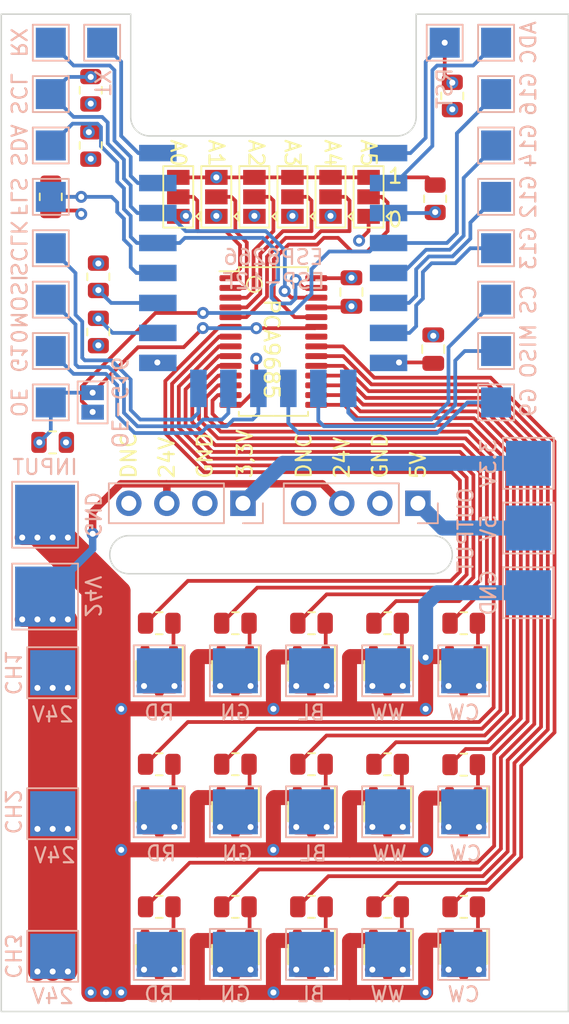
<source format=kicad_pcb>
(kicad_pcb (version 20211014) (generator pcbnew)
  (layers (0 "F.Cu" signal) (1 "In1.Cu" signal) (2 "In2.Cu" signal) (31 "B.Cu" signal) (34 "B.Paste" user) (35 "F.Paste" user) (36 "B.SilkS" user "B.Silkscreen") (37 "F.SilkS" user "F.Silkscreen") (38 "B.Mask" user) (39 "F.Mask" user) (44 "Edge.Cuts" user))
  (net 0 "")
  (net 1 "+3.3V")
  (net 2 "GND")
  (net 3 "/RST")
  (net 4 "/ADC")
  (net 5 "/G16")
  (net 6 "/G14")
  (net 7 "/G12")
  (net 8 "/G13")
  (net 9 "/CS0")
  (net 10 "/TX")
  (net 11 "/RX")
  (net 12 "/MISO")
  (net 13 "/SCL")
  (net 14 "/SDA")
  (net 15 "/G9")
  (net 16 "+24V")
  (net 18 "Net-(J23-Pad1)")
  (net 19 "Net-(J24-Pad1)")
  (net 20 "Net-(J25-Pad1)")
  (net 21 "Net-(J26-Pad1)")
  (net 22 "Net-(J27-Pad1)")
  (net 23 "Net-(J29-Pad1)")
  (net 24 "Net-(J30-Pad1)")
  (net 25 "Net-(J31-Pad1)")
  (net 26 "Net-(J32-Pad1)")
  (net 27 "Net-(J33-Pad1)")
  (net 28 "Net-(J35-Pad1)")
  (net 29 "Net-(J36-Pad1)")
  (net 30 "Net-(J37-Pad1)")
  (net 31 "Net-(J38-Pad1)")
  (net 32 "Net-(J39-Pad1)")
  (net 33 "+5V")
  (net 35 "Net-(Q1-Pad1)")
  (net 36 "Net-(Q2-Pad1)")
  (net 37 "Net-(Q3-Pad1)")
  (net 38 "Net-(Q4-Pad1)")
  (net 39 "Net-(Q5-Pad1)")
  (net 40 "Net-(Q6-Pad1)")
  (net 41 "Net-(Q7-Pad1)")
  (net 42 "Net-(Q8-Pad1)")
  (net 43 "Net-(Q9-Pad1)")
  (net 44 "Net-(Q10-Pad1)")
  (net 45 "Net-(Q11-Pad1)")
  (net 46 "Net-(Q12-Pad1)")
  (net 47 "Net-(Q13-Pad1)")
  (net 48 "Net-(Q14-Pad1)")
  (net 49 "Net-(Q15-Pad1)")
  (net 50 "Net-(R4-Pad2)")
  (net 51 "Net-(R6-Pad1)")
  (net 52 "Net-(R7-Pad2)")
  (net 54 "/Red2")
  (net 55 "/Green2")
  (net 56 "/Blue2")
  (net 57 "/WW2")
  (net 58 "/CW2")
  (net 59 "/Red1")
  (net 60 "/Green1")
  (net 61 "/Blue1")
  (net 62 "/WW1")
  (net 63 "/CW1")
  (net 64 "/Red0")
  (net 65 "/Green0")
  (net 66 "/Blue0")
  (net 67 "/WW0")
  (net 68 "/CW0")
  (net 69 "/G10")
  (net 70 "/MOSI")
  (net 71 "/SCLK")
  (net 72 "/FLS")
  (net 73 "/OE")
  (net 74 "/A0")
  (net 75 "/A1")
  (net 76 "/A2")
  (net 77 "/A3")
  (net 78 "/A4")
  (net 79 "/A5")
  (footprint "Resistor_SMD:R_0805_2012Metric" (layer "F.Cu") (at 101.6 96.53)
    (fp_text reference "R14")
    (fp_text value "1k")
  )
  (footprint "Resistor_SMD:R_0805_2012Metric" (layer "F.Cu") (at 116.078 51.943 90)
    (fp_text reference "R3")
    (fp_text value "10k")
  )
  (footprint "Jumper:SolderJumper-3_P1.3mm_Open_Pad1.0x1.5mm" (layer "F.Cu") (at 97.79 58.674 90)
    (fp_text reference "JP1")
    (fp_text value "A0")
  )
  (footprint "Resistor_SMD:R_0805_2012Metric" (layer "F.Cu") (at 101.6 106.045)
    (fp_text reference "R9")
    (fp_text value "1k")
  )
  (footprint "Jumper:SolderJumper-3_P1.3mm_Open_Pad1.0x1.5mm" (layer "F.Cu") (at 105.41 58.674 90)
    (fp_text reference "JP4")
    (fp_text value "A3")
  )
  (footprint "Resistor_SMD:R_0805_2012Metric" (layer "F.Cu") (at 92.456 67.691 90)
    (fp_text reference "R7")
    (fp_text value "10k")
  )
  (footprint "Package_TO_SOT_SMD:SOT-23" (layer "F.Cu") (at 106.68 109.23 -90)
    (fp_text reference "Q3")
    (fp_text value "BLM3400")
  )
  (footprint "Resistor_SMD:R_0805_2012Metric" (layer "F.Cu") (at 96.52 87.122)
    (fp_text reference "R18")
    (fp_text value "1k")
  )
  (footprint "Resistor_SMD:R_0805_2012Metric" (layer "F.Cu") (at 111.76 106.045)
    (fp_text reference "R11")
    (fp_text value "1k")
  )
  (footprint "Resistor_SMD:R_0805_2012Metric" (layer "F.Cu") (at 106.68 106.045)
    (fp_text reference "R10")
    (fp_text value "1k")
  )
  (footprint "Resistor_SMD:R_0805_2012Metric" (layer "F.Cu") (at 96.52 106.045)
    (fp_text reference "R8")
    (fp_text value "1k")
  )
  (footprint "Package_TO_SOT_SMD:SOT-23" (layer "F.Cu") (at 116.84 99.725 -90)
    (fp_text reference "Q10")
    (fp_text value "BLM3400")
  )
  (footprint "Resistor_SMD:R_0805_2012Metric" (layer "F.Cu") (at 116.84 87.122)
    (fp_text reference "R22")
    (fp_text value "1k")
  )
  (footprint "Package_TO_SOT_SMD:SOT-23" (layer "F.Cu") (at 111.76 109.23 -90)
    (fp_text reference "Q4")
    (fp_text value "BLM3400")
  )
  (footprint "Capacitor_SMD:C_0805_2012Metric" (layer "F.Cu") (at 114.808 68.834 90)
    (fp_text reference "C2")
    (fp_text value "100nF")
  )
  (footprint "Resistor_SMD:R_0805_2012Metric" (layer "F.Cu") (at 116.84 96.56)
    (fp_text reference "R17")
    (fp_text value "1k")
  )
  (footprint "Resistor_SMD:R_0805_2012Metric" (layer "F.Cu") (at 96.52 96.535)
    (fp_text reference "R13")
    (fp_text value "1k")
  )
  (footprint "Package_TO_SOT_SMD:SOT-23" (layer "F.Cu") (at 116.84 109.21 -90)
    (fp_text reference "Q5")
    (fp_text value "BLM3400")
  )
  (footprint "Resistor_SMD:R_0805_2012Metric" (layer "F.Cu") (at 92.456 64.008 90)
    (fp_text reference "R6")
    (fp_text value "10k")
  )
  (footprint "Package_TO_SOT_SMD:SOT-23" (layer "F.Cu") (at 96.52 109.23 -90)
    (fp_text reference "Q1")
    (fp_text value "BLM3400")
  )
  (footprint "Resistor_SMD:R_0805_2012Metric" (layer "F.Cu") (at 106.68 87.122)
    (fp_text reference "R20")
    (fp_text value "1k")
  )
  (footprint "Package_TO_SOT_SMD:SOT-23" (layer "F.Cu") (at 96.52 90.287 -90)
    (fp_text reference "Q11")
    (fp_text value "BLM3400")
  )
  (footprint "Package_TO_SOT_SMD:SOT-23" (layer "F.Cu") (at 101.6 90.287 -90)
    (fp_text reference "Q12")
    (fp_text value "BLM3400")
  )
  (footprint "Resistor_SMD:R_0805_2012Metric" (layer "F.Cu") (at 89.408 75.057)
    (fp_text reference "R23")
    (fp_text value "10k")
  )
  (footprint "Package_SO:TSSOP-28_4.4x9.7mm_P0.65mm" (layer "F.Cu") (at 104.14 68.326)
    (fp_text reference "U2")
    (fp_text value "PCA9685PW")
  )
  (footprint "Package_TO_SOT_SMD:SOT-23" (layer "F.Cu") (at 96.52 99.695 -90)
    (fp_text reference "Q6")
    (fp_text value "BLM3400")
  )
  (footprint "Capacitor_SMD:C_0805_2012Metric" (layer "F.Cu") (at 109.347 65.024 -90)
    (fp_text reference "C1")
    (fp_text value "100nF")
  )
  (footprint "Resistor_SMD:R_0805_2012Metric" (layer "F.Cu") (at 114.935 58.801 -90)
    (fp_text reference "R4")
    (fp_text value "10k")
  )
  (footprint "Package_TO_SOT_SMD:SOT-23" (layer "F.Cu") (at 101.6 99.695 -90)
    (fp_text reference "Q7")
    (fp_text value "BLM3400")
  )
  (footprint "Resistor_SMD:R_0805_2012Metric" (layer "F.Cu") (at 101.6 87.122)
    (fp_text reference "R19")
    (fp_text value "1k")
  )
  (footprint "Package_TO_SOT_SMD:SOT-23" (layer "F.Cu") (at 111.76 90.287 -90)
    (fp_text reference "Q14")
    (fp_text value "BLM3400")
  )
  (footprint "Jumper:SolderJumper-3_P1.3mm_Open_Pad1.0x1.5mm" (layer "F.Cu") (at 110.49 58.674 90)
    (fp_text reference "JP7")
    (fp_text value "A5")
  )
  (footprint "Package_TO_SOT_SMD:SOT-23" (layer "F.Cu") (at 116.84 90.287 -90)
    (fp_text reference "Q15")
    (fp_text value "BLM3400")
  )
  (footprint "Resistor_SMD:R_0805_2012Metric" (layer "F.Cu") (at 89.281 58.674 90)
    (fp_text reference "R5")
    (fp_text value "10k")
  )
  (footprint "Resistor_SMD:R_0805_2012Metric" (layer "F.Cu") (at 91.948 55.245 90)
    (fp_text reference "R2")
    (fp_text value "1k")
  )
  (footprint "Package_TO_SOT_SMD:SOT-23" (layer "F.Cu") (at 106.68 90.312 -90)
    (fp_text reference "Q13")
    (fp_text value "BLM3400")
  )
  (footprint "Jumper:SolderJumper-3_P1.3mm_Open_Pad1.0x1.5mm" (layer "F.Cu") (at 100.33 58.674 90)
    (fp_text reference "JP2")
    (fp_text value "A1")
  )
  (footprint "Resistor_SMD:R_0805_2012Metric" (layer "F.Cu") (at 106.68 96.53)
    (fp_text reference "R15")
    (fp_text value "1k")
  )
  (footprint "Resistor_SMD:R_0805_2012Metric" (layer "F.Cu") (at 111.76 87.122)
    (fp_text reference "R21")
    (fp_text value "1k")
  )
  (footprint "Resistor_SMD:R_0805_2012Metric" (layer "F.Cu") (at 91.948 51.562 90)
    (fp_text reference "R1")
    (fp_text value "1k")
  )
  (footprint "Package_TO_SOT_SMD:SOT-23" (layer "F.Cu") (at 106.68 99.695 -90)
    (fp_text reference "Q8")
    (fp_text value "BLM3400")
  )
  (footprint "Package_TO_SOT_SMD:SOT-23" (layer "F.Cu") (at 101.6 109.23 -90)
    (fp_text reference "Q2")
    (fp_text value "BLM3400")
  )
  (footprint "Jumper:SolderJumper-3_P1.3mm_Open_Pad1.0x1.5mm" (layer "F.Cu") (at 102.87 58.674 90)
    (fp_text reference "JP3")
    (fp_text value "A2")
  )
  (footprint "Jumper:SolderJumper-3_P1.3mm_Open_Pad1.0x1.5mm" (layer "F.Cu") (at 107.95 58.674 90)
    (fp_text reference "JP5")
    (fp_text value "A4")
  )
  (footprint "Package_TO_SOT_SMD:SOT-23" (layer "F.Cu") (at 111.76 99.705 -90)
    (fp_text reference "Q9")
    (fp_text value "BLM3400")
  )
  (footprint "Resistor_SMD:R_0805_2012Metric" (layer "F.Cu") (at 111.76 96.535)
    (fp_text reference "R16")
    (fp_text value "1k")
  )
  (footprint "Resistor_SMD:R_0805_2012Metric" (layer "F.Cu") (at 116.84 106.045)
    (fp_text reference "R12")
    (fp_text value "1k")
  )
  (footprint "TestPoint:TestPoint_Pad_3.0x3.0mm" (layer "B.Cu") (at 106.68 109.22 180)
    (fp_text reference "J25")
    (fp_text value "BLUE")
  )
  (footprint "TestPoint:TestPoint_Pad_2.0x2.0mm" (layer "B.Cu") (at 89.281 51.816 180)
    (fp_text reference "J16")
    (fp_text value "SCL")
  )
  (footprint "TestPoint:TestPoint_Pad_2.0x2.0mm" (layer "B.Cu") (at 92.71 48.387 180)
    (fp_text reference "J13")
    (fp_text value "TX")
  )
  (footprint "TestPoint:TestPoint_Pad_2.0x2.0mm" (layer "B.Cu") (at 118.999 62.103 180)
    (fp_text reference "J5")
    (fp_text value "GPIO13")
  )
  (footprint "TestPoint:TestPoint_Pad_2.0x2.0mm" (layer "B.Cu") (at 118.999 48.387 180)
    (fp_text reference "J1")
    (fp_text value "ADC")
  )
  (footprint "TestPoint:TestPoint_Pad_2.0x2.0mm" (layer "B.Cu") (at 89.281 72.39 180)
    (fp_text reference "J18")
    (fp_text value "OE")
  )
  (footprint "TestPoint:TestPoint_Pad_3.0x3.0mm" (layer "B.Cu") (at 116.84 99.705 180)
    (fp_text reference "J33")
    (fp_text value "C_WHITE")
  )
  (footprint "TestPoint:TestPoint_Pad_3.0x3.0mm" (layer "B.Cu") (at 101.6 109.22 180)
    (fp_text reference "J24")
    (fp_text value "GREEN")
  )
  (footprint "TestPoint:TestPoint_Pad_3.0x3.0mm" (layer "B.Cu") (at 89.408 99.832 180)
    (fp_text reference "J28")
    (fp_text value "24V")
  )
  (footprint "TestPoint:TestPoint_Pad_2.0x2.0mm" (layer "B.Cu") (at 89.281 62.103 180)
    (fp_text reference "J12")
    (fp_text value "SCLK")
  )
  (footprint "TestPoint:TestPoint_Pad_2.0x2.0mm" (layer "B.Cu") (at 89.281 48.387 180)
    (fp_text reference "J14")
    (fp_text value "RX")
  )
  (footprint "TestPoint:TestPoint_Pad_4.0x4.0mm" (layer "B.Cu") (at 88.9 79.883 180)
    (fp_text reference "J21")
    (fp_text value "GND")
  )
  (footprint "TestPoint:TestPoint_Pad_3.0x3.0mm" (layer "B.Cu") (at 96.52 90.297 180)
    (fp_text reference "J35")
    (fp_text value "RED")
  )
  (footprint "TestPoint:TestPoint_Pad_4.0x4.0mm" (layer "B.Cu") (at 88.9 85.344 180)
    (fp_text reference "J20")
    (fp_text value "VIN")
  )
  (footprint "TestPoint:TestPoint_Pad_2.0x2.0mm" (layer "B.Cu") (at 118.999 72.39 180)
    (fp_text reference "J9")
    (fp_text value "GPIO9")
  )
  (footprint "Connector_PinHeader_2.54mm:PinHeader_1x04_P2.54mm_Vertical" (layer "B.Cu") (at 102.108 79.121 90)
    (fp_text reference "J19")
    (fp_text value "Pololu D24V5F3")
  )
  (footprint "TestPoint:TestPoint_Pad_3.0x3.0mm" (layer "B.Cu") (at 89.408 90.424 180)
    (fp_text reference "J34")
    (fp_text value "24V")
  )
  (footprint "TestPoint:TestPoint_Pad_2.0x2.0mm" (layer "B.Cu") (at 89.281 68.961 180)
    (fp_text reference "J10")
    (fp_text value "GPIO10")
  )
  (footprint "ESP8266:ESP-12E_SMD" (layer "B.Cu") (at 111.125 55.753 180)
    (fp_text reference "U1")
    (fp_text value "ESP-12E" hide)
  )
  (footprint "TestPoint:TestPoint_Pad_3.0x3.0mm" (layer "B.Cu") (at 111.76 90.297 180)
    (fp_text reference "J38")
    (fp_text value "W_WHITE")
  )
  (footprint "TestPoint:TestPoint_Pad_3.0x3.0mm" (layer "B.Cu") (at 116.84 90.297 180)
    (fp_text reference "J39")
    (fp_text value "C_WHITE")
  )
  (footprint "TestPoint:TestPoint_Pad_2.0x2.0mm" (layer "B.Cu") (at 89.281 55.245 180)
    (fp_text reference "J17")
    (fp_text value "SDA")
  )
  (footprint "TestPoint:TestPoint_Pad_2.0x2.0mm" (layer "B.Cu") (at 115.57 48.387 180)
    (fp_text reference "J6")
    (fp_text value "RESET")
  )
  (footprint "TestPoint:TestPoint_Pad_3.0x3.0mm" (layer "B.Cu") (at 121.158 80.772 180)
    (fp_text reference "J41")
    (fp_text value "AUX")
  )
  (footprint "TestPoint:TestPoint_Pad_3.0x3.0mm" (layer "B.Cu") (at 96.52 109.22 180)
    (fp_text reference "J23")
    (fp_text value "RED")
  )
  (footprint "TestPoint:TestPoint_Pad_2.0x2.0mm" (layer "B.Cu") (at 118.999 58.674 180)
    (fp_text reference "J4")
    (fp_text value "GPIO12")
  )
  (footprint "TestPoint:TestPoint_Pad_3.0x3.0mm" (layer "B.Cu") (at 116.84 109.22 180)
    (fp_text reference "J27")
    (fp_text value "C_WHITE")
  )
  (footprint "TestPoint:TestPoint_Pad_2.0x2.0mm" (layer "B.Cu") (at 118.999 65.532 180)
    (fp_text reference "J7")
    (fp_text value "CS0")
  )
  (footprint "TestPoint:TestPoint_Pad_3.0x3.0mm" (layer "B.Cu") (at 101.6 90.297 180)
    (fp_text reference "J36")
    (fp_text value "GREEN")
  )
  (footprint "TestPoint:TestPoint_Pad_3.0x3.0mm" (layer "B.Cu") (at 89.408 109.347 180)
    (fp_text reference "J22")
    (fp_text value "24V")
  )
  (footprint "TestPoint:TestPoint_Pad_3.0x3.0mm" (layer "B.Cu") (at 101.6 99.705 180)
    (fp_text reference "J30")
    (fp_text value "GREEN")
  )
  (footprint "Connector_PinHeader_2.54mm:PinHeader_1x04_P2.54mm_Vertical" (layer "B.Cu") (at 113.782 79.121 90)
    (fp_text reference "J40")
    (fp_text value "Pololu D24V5F5")
  )
  (footprint "TestPoint:TestPoint_Pad_3.0x3.0mm" (layer "B.Cu") (at 111.76 99.705 180)
    (fp_text reference "J32")
    (fp_text value "W_WHITE")
  )
  (footprint "TestPoint:TestPoint_Pad_2.0x2.0mm" (layer "B.Cu") (at 118.999 68.961 180)
    (fp_text reference "J8")
    (fp_text value "MISO")
  )
  (footprint "TestPoint:TestPoint_Pad_3.0x3.0mm" (layer "B.Cu") (at 96.52 99.705 180)
    (fp_text reference "J29")
    (fp_text value "RED")
  )
  (footprint "TestPoint:TestPoint_Pad_2.0x2.0mm" (layer "B.Cu") (at 89.281 58.674 180)
    (fp_text reference "J15")
    (fp_text value "FLASH")
  )
  (footprint "TestPoint:TestPoint_Pad_3.0x3.0mm" (layer "B.Cu") (at 106.68 99.705 180)
    (fp_text reference "J31")
    (fp_text value "BLUE")
  )
  (footprint "TestPoint:TestPoint_Pad_3.0x3.0mm" (layer "B.Cu") (at 111.76 109.22 180)
    (fp_text reference "J26")
    (fp_text value "W_WHITE")
  )
  (footprint "TestPoint:TestPoint_Pad_3.0x3.0mm" (layer "B.Cu") (at 121.158 76.454 180)
    (fp_text reference "J45")
    (fp_text value "3.3V")
  )
  (footprint "Jumper:SolderJumper-2_P1.3mm_Open_Pad1.0x1.5mm" (layer "B.Cu") (at 92.075 72.39 90)
    (fp_text reference "JP6")
    (fp_text value "OE")
  )
  (footprint "TestPoint:TestPoint_Pad_3.0x3.0mm" (layer "B.Cu") (at 106.68 90.297 180)
    (fp_text reference "J37")
    (fp_text value "BLUE")
  )
  (footprint "TestPoint:TestPoint_Pad_2.0x2.0mm" (layer "B.Cu") (at 89.281 65.532 180)
    (fp_text reference "J11")
    (fp_text value "MOSI")
  )
  (footprint "TestPoint:TestPoint_Pad_2.0x2.0mm" (layer "B.Cu") (at 118.999 55.245 180)
    (fp_text reference "J3")
    (fp_text value "GPIO14")
  )
  (footprint "TestPoint:TestPoint_Pad_2.0x2.0mm" (layer "B.Cu") (at 118.999 51.816 180)
    (fp_text reference "J2")
    (fp_text value "GPIO16")
  )
  (footprint "TestPoint:TestPoint_Pad_3.0x3.0mm" (layer "B.Cu") (at 121.158 85.09 180)
    (fp_text reference "J43")
    (fp_text value "GND")
  )
  (gr_line (start 95.885 54.61) (end 112.395 54.61) (layer "Edge.Cuts") (width 0.1))
  (gr_line (start 113.665 53.34) (end 113.665 46.482) (layer "Edge.Cuts") (width 0.1))
  (gr_line (start 123.825 113.03) (end 85.979 113.03) (layer "Edge.Cuts") (width 0.1))
  (gr_line (start 94.488 83.82) (end 114.808 83.82) (layer "Edge.Cuts") (width 0.1))
  (gr_line (start 123.825 46.482) (end 123.825 113.03) (layer "Edge.Cuts") (width 0.1))
  (gr_line (start 94.615 53.34) (end 94.615 46.482) (layer "Edge.Cuts") (width 0.1))
  (gr_line (start 85.979 46.482) (end 94.615 46.482) (layer "Edge.Cuts") (width 0.1))
  (gr_arc (start 94.488 83.82) (mid 93.218 82.55) (end 94.488 81.28) (layer "Edge.Cuts") (width 0.1))
  (gr_arc (start 114.808 81.28) (mid 116.078 82.55) (end 114.808 83.82) (layer "Edge.Cuts") (width 0.1))
  (gr_line (start 85.979 46.482) (end 85.979 113.03) (layer "Edge.Cuts") (width 0.1))
  (gr_arc (start 113.665 53.34) (mid 113.293026 54.238026) (end 112.395 54.61) (layer "Edge.Cuts") (width 0.1))
  (gr_line (start 94.488 81.28) (end 114.808 81.28) (layer "Edge.Cuts") (width 0.1))
  (gr_arc (start 95.885 54.61) (mid 94.986974 54.238026) (end 94.615 53.34) (layer "Edge.Cuts") (width 0.1))
  (gr_line (start 113.665 46.482) (end 123.825 46.482) (layer "Edge.Cuts") (width 0.1))
  (gr_text "5V" (at 118.491 80.772 90) (layer "B.SilkS") (effects (font (size 1 1)) (justify mirror)))
  (gr_text "24V" (at 89.408 112.014) (layer "B.SilkS") (effects (font (size 1 1)) (justify mirror)))
  (gr_text "SDA" (at 87.122 55.245 270) (layer "B.SilkS") (effects (font (size 1 1)) (justify mirror)))
  (gr_text "MOSI" (at 87.122 65.659 270) (layer "B.SilkS") (effects (font (size 1 1)) (justify mirror)))
  (gr_text "BL" (at 106.68 111.887) (layer "B.SilkS") (effects (font (size 1 1)) (justify mirror)))
  (gr_text "TX" (at 92.71 51.054 270) (layer "B.SilkS") (effects (font (size 1 1)) (justify mirror)))
  (gr_text "GN" (at 101.6 111.887) (layer "B.SilkS") (effects (font (size 1 1)) (justify mirror)))
  (gr_text "CH1" (at 86.741 90.424 -90) (layer "B.SilkS") (effects (font (size 1 1)) (justify mirror)))
  (gr_text "CW" (at 116.84 93.091) (layer "B.SilkS") (effects (font (size 1 1)) (justify mirror)))
  (gr_text "ESP8266\nESP-12F" (at 104.14 63.5) (layer "B.SilkS") (effects (font (size 1 1)) (justify mirror)))
  (gr_text "CH3" (at 86.741 109.347 -90) (layer "B.SilkS") (effects (font (size 1 1)) (justify mirror)))
  (gr_text "RX" (at 87.122 48.387 270) (layer "B.SilkS") (effects (font (size 1 1)) (justify mirror)))
  (gr_text "OUTPUT" (at 116.967 80.899 90) (layer "B.SilkS") (effects (font (size 1 1)) (justify mirror)))
  (gr_text "G14" (at 121.158 55.245 90) (layer "B.SilkS") (effects (font (size 1 1)) (justify mirror)))
  (gr_text "G9" (at 121.158 72.39 90) (layer "B.SilkS") (effects (font (size 1 1)) (justify mirror)))
  (gr_text "SCL" (at 87.122 51.816 270) (layer "B.SilkS") (effects (font (size 1 1)) (justify mirror)))
  (gr_text "OE" (at 87.122 72.39 270) (layer "B.SilkS") (effects (font (size 1 1)) (justify mirror)))
  (gr_text "RD" (at 96.52 111.887) (layer "B.SilkS") (effects (font (size 1 1)) (justify mirror)))
  (gr_text "G10" (at 87.122 68.961 270) (layer "B.SilkS") (effects (font (size 1 1)) (justify mirror)))
  (gr_text "G12" (at 121.158 58.674 90) (layer "B.SilkS") (effects (font (size 1 1)) (justify mirror)))
  (gr_text "24V" (at 89.408 93.218) (layer "B.SilkS") (effects (font (size 1 1)) (justify mirror)))
  (gr_text "GND" (at 92.075 79.883 270) (layer "B.SilkS") (effects (font (size 1 1)) (justify mirror)))
  (gr_text "RST" (at 115.57 51.435 90) (layer "B.SilkS") (effects (font (size 1 1)) (justify mirror)))
  (gr_text "RD" (at 96.52 93.091) (layer "B.SilkS") (effects (font (size 1 1)) (justify mirror)))
  (gr_text "GND" (at 118.491 85.09 90) (layer "B.SilkS") (effects (font (size 1 1)) (justify mirror)))
  (gr_text "CW" (at 116.967 102.489) (layer "B.SilkS") (effects (font (size 1 1)) (justify mirror)))
  (gr_text "24V" (at 89.535 102.616) (layer "B.SilkS") (effects (font (size 1 1)) (justify mirror)))
  (gr_text "G13" (at 121.158 62.103 90) (layer "B.SilkS") (effects (font (size 1 1)) (justify mirror)))
  (gr_text "GN" (at 101.6 93.091) (layer "B.SilkS") (effects (font (size 1 1)) (justify mirror)))
  (gr_text "GN" (at 101.727 102.489) (layer "B.SilkS") (effects (font (size 1 1)) (justify mirror)))
  (gr_text "CH2" (at 86.741 99.705 -90) (layer "B.SilkS") (effects (font (size 1 1)) (justify mirror)))
  (gr_text "RD" (at 96.647 102.489) (layer "B.SilkS") (effects (font (size 1 1)) (justify mirror)))
  (gr_text "WW" (at 111.76 111.887) (layer "B.SilkS") (effects (font (size 1 1)) (justify mirror)))
  (gr_text "WW" (at 111.76 93.091) (layer "B.SilkS") (effects (font (size 1 1)) (justify mirror)))
  (gr_text "MISO" (at 121.158 68.961 90) (layer "B.SilkS") (effects (font (size 1 1)) (justify mirror)))
  (gr_text "CS" (at 121.158 65.532 90) (layer "B.SilkS") (effects (font (size 1 1)) (justify mirror)))
  (gr_text "INPUT" (at 88.9 76.708) (layer "B.SilkS") (effects (font (size 1 1)) (justify mirror)))
  (gr_text "WW" (at 111.887 102.489) (layer "B.SilkS") (effects (font (size 1 1)) (justify mirror)))
  (gr_text "OE-G16" (at 93.853 72.39 270) (layer "B.SilkS") (effects (font (size 1 1)) (justify mirror)))
  (gr_text "BL" (at 106.807 102.489) (layer "B.SilkS") (effects (font (size 1 1)) (justify mirror)))
  (gr_text "SCLK" (at 87.122 62.103 270) (layer "B.SilkS") (effects (font (size 1 1)) (justify mirror)))
  (gr_text "CW" (at 116.84 111.887) (layer "B.SilkS") (effects (font (size 1 1)) (justify mirror)))
  (gr_text "FLS" (at 87.122 58.674 270) (layer "B.SilkS") (effects (font (size 1 1)) (justify mirror)))
  (gr_text "24V" (at 92.075 85.344 270) (layer "B.SilkS") (effects (font (size 1 1)) (justify mirror)))
  (gr_text "G16" (at 121.158 51.816 90) (layer "B.SilkS") (effects (font (size 1 1)) (justify mirror)))
  (gr_text "3.3V" (at 118.491 76.454 90) (layer "B.SilkS") (effects (font (size 1 1)) (justify mirror)))
  (gr_text "BL" (at 106.68 93.091) (layer "B.SilkS") (effects (font (size 1 1)) (justify mirror)))
  (gr_text "ADC" (at 121.158 48.387 90) (layer "B.SilkS") (effects (font (size 1 1)) (justify mirror)))
  (gr_text "A4" (at 108.077 55.753 -90) (layer "F.SilkS") (effects (font (size 1 1))))
  (gr_text "A1" (at 100.33 55.753 -90) (layer "F.SilkS") (effects (font (size 1 1))))
  (gr_text "A0" (at 97.79 55.753 -90) (layer "F.SilkS") (effects (font (size 1 1))))
  (gr_text "DNC" (at 106.172 75.946 90) (layer "F.SilkS") (effects (font (size 1 1))))
  (gr_text "GND" (at 99.568 75.946 90) (layer "F.SilkS") (effects (font (size 1 1))))
  (gr_text "GND" (at 111.252 75.946 90) (layer "F.SilkS") (effects (font (size 1 1))))
  (gr_text "A2" (at 102.997 55.753 -90) (layer "F.SilkS") (effects (font (size 1 1))))
  (gr_text "24V" (at 97.028 76.073 90) (layer "F.SilkS") (effects (font (size 1 1))))
  (gr_text "5V" (at 113.792 76.581 90) (layer "F.SilkS") (effects (font (size 1 1))))
  (gr_text "24V" (at 108.712 76.073 90) (layer "F.SilkS") (effects (font (size 1 1))))
  (gr_text "DNC" (at 94.488 75.946 90) (layer "F.SilkS") (effects (font (size 1 1))))
  (gr_text "A3" (at 105.41 55.753 -90) (layer "F.SilkS") (effects (font (size 1 1))))
  (gr_text "3,3V" (at 102.235 75.819 90) (layer "F.SilkS") (effects (font (size 1 1))))
  (gr_text "0" (at 112.268 60.198) (layer "F.SilkS") (effects (font (size 1 1))))
  (gr_text "1" (at 112.268 57.277) (layer "F.SilkS") (effects (font (size 1 1))))
  (gr_text "PCA9685" (at 104.013 68.834 -90) (layer "F.SilkS") (effects (font (size 1 1))))
  (gr_text "A5" (at 110.49 55.753 -90) (layer "F.SilkS") (effects (font (size 1 1))))
  (segment (start 89.281 59.5865) (end 91.0825 59.5865) (width 0.25) (layer "F.Cu") (net 1))
  (segment (start 110.49 57.374) (end 114.4205 57.374) (width 0.25) (layer "F.Cu") (net 1))
  (segment (start 114.747 69.723) (end 114.808 69.784) (width 0.25) (layer "F.Cu") (net 1))
  (segment (start 100.33 57.374) (end 102.87 57.374) (width 0.25) (layer "F.Cu") (net 1))
  (segment (start 114.4205 57.374) (end 114.935 57.8885) (width 0.25) (layer "F.Cu") (net 1))
  (segment (start 112.522 69.723) (end 114.747 69.723) (width 0.25) (layer "F.Cu") (net 1))
  (segment (start 91.0825 59.5865) (end 91.313 59.817) (width 0.25) (layer "F.Cu") (net 1))
  (segment (start 105.41 57.374) (end 107.95 57.374) (width 0.25) (layer "F.Cu") (net 1))
  (segment (start 107.0025 64.101) (end 109.32 64.101) (width 0.25) (layer "F.Cu") (net 1))
  (segment (start 102.87 57.374) (end 105.41 57.374) (width 0.25) (layer "F.Cu") (net 1))
  (segment (start 107.95 57.374) (end 110.49 57.374) (width 0.25) (layer "F.Cu") (net 1))
  (segment (start 97.79 57.374) (end 100.33 57.374) (width 0.25) (layer "F.Cu") (net 1))
  (segment (start 109.32 64.101) (end 109.347 64.074) (width 0.25) (layer "F.Cu") (net 1))
  (via (at 90.297 75.057) (size 0.8) (drill 0.4) (layers "F.Cu" "B.Cu") (net 1))
  (via (at 112.522 69.723) (size 0.8) (drill 0.4) (layers "F.Cu" "B.Cu") (net 1))
  (via (at 109.347 64.074) (size 0.8) (drill 0.4) (layers "F.Cu" "B.Cu") (net 1))
  (via (at 91.948 56.134) (size 0.8) (drill 0.4) (layers "F.Cu" "B.Cu") (net 1))
  (via (at 116.078 52.832) (size 0.8) (drill 0.4) (layers "F.Cu" "B.Cu") (net 1))
  (via (at 91.948 52.451) (size 0.8) (drill 0.4) (layers "F.Cu" "B.Cu") (net 1))
  (via (at 100.33 57.374) (size 0.8) (drill 0.4) (layers "F.Cu" "B.Cu") (net 1))
  (via (at 92.456 63.119) (size 0.8) (drill 0.4) (layers "F.Cu" "B.Cu") (net 1))
  (via (at 91.313 59.817) (size 0.8) (drill 0.4) (layers "F.Cu" "B.Cu") (net 1))
  (segment (start 121.158 76.454) (end 104.775 76.454) (width 1) (layer "B.Cu") (net 1))
  (segment (start 104.775 76.454) (end 102.108 79.121) (width 1) (layer "B.Cu") (net 1))
  (segment (start 89.408 81.407) (end 90.424 81.407) (width 1) (layer "F.Cu") (net 2))
  (segment (start 110.81 98.7675) (end 109.2685 98.7675) (width 1) (layer "F.Cu") (net 2))
  (segment (start 115.89 89.3495) (end 114.3585 89.3495) (width 1) (layer "F.Cu") (net 2))
  (segment (start 100.65 98.7575) (end 99.1185 98.7575) (width 1) (layer "F.Cu") (net 2))
  (segment (start 104.394 102.245) (end 104.13 102.245) (width 1) (layer "F.Cu") (net 2))
  (segment (start 114.3 108.331) (end 114.3 111.76) (width 1) (layer "F.Cu") (net 2))
  (segment (start 110.49 59.974) (end 110.49 60.96) (width 0.25) (layer "F.Cu") (net 2))
  (segment (start 110.49 60.96) (end 109.855 61.595) (width 0.25) (layer "F.Cu") (net 2))
  (segment (start 99.1185 98.7575) (end 99.06 98.816) (width 1) (layer "F.Cu") (net 2))
  (segment (start 93.98 84.963) (end 90.424 81.407) (width 1.25) (layer "F.Cu") (net 2))
  (segment (start 99.06 89.408) (end 99.06 92.837) (width 1) (layer "F.Cu") (net 2))
  (segment (start 101.966041 72.551) (end 102.997 71.520041) (width 0.25) (layer "F.Cu") (net 2))
  (segment (start 110.81 89.3495) (end 109.2785 89.3495) (width 1) (layer "F.Cu") (net 2))
  (segment (start 114.3 111.76) (end 109.22 111.76) (width 1) (layer "F.Cu") (net 2))
  (segment (start 99.06 102.245) (end 93.98 102.245) (width 1) (layer "F.Cu") (net 2))
  (segment (start 100.65 108.2925) (end 99.0985 108.2925) (width 1) (layer "F.Cu") (net 2))
  (segment (start 92.964 84.963) (end 89.408 81.407) (width 1.25) (layer "F.Cu") (net 2))
  (segment (start 110.81 108.2925) (end 109.2585 108.2925) (width 1) (layer "F.Cu") (net 2))
  (segment (start 109.22 89.408) (end 109.22 92.837) (width 1) (layer "F.Cu") (net 2))
  (segment (start 87.376 81.407) (end 88.392 81.407) (width 1) (layer "F.Cu") (net 2))
  (segment (start 109.2685 98.7675) (end 109.22 98.816) (width 1) (layer "F.Cu") (net 2))
  (segment (start 109.22 111.76) (end 104.14 111.76) (width 1) (layer "F.Cu") (net 2))
  (segment (start 114.3585 108.2725) (end 114.3 108.331) (width 1) (layer "F.Cu") (net 2))
  (segment (start 99.1185 89.3495) (end 99.06 89.408) (width 1) (layer "F.Cu") (net 2))
  (segment (start 105.73 108.2925) (end 104.1785 108.2925) (width 1) (layer "F.Cu") (net 2))
  (segment (start 104.1735 89.3745) (end 104.14 89.408) (width 1) (layer "F.Cu") (net 2))
  (segment (start 109.27 66.051) (end 109.347 65.974) (width 0.25) (layer "F.Cu") (net 2))
  (segment (start 92.964 111.76) (end 91.948 111.76) (width 1.25) (layer "F.Cu") (net 2))
  (segment (start 114.3585 89.3495) (end 114.3 89.408) (width 1) (layer "F.Cu") (net 2))
  (segment (start 92.964 111.76) (end 92.964 84.963) (width 1.25) (layer "F.Cu") (net 2))
  (segment (start 115.89 108.2725) (end 114.3585 108.2725) (width 1) (layer "F.Cu") (net 2))
  (segment (start 91.948 111.76) (end 91.948 84.963) (width 1.25) (layer "F.Cu") (net 2))
  (segment (start 93.98 92.837) (end 93.98 84.963) (width 1.25) (layer "F.Cu") (net 2))
  (segment (start 99.06 98.816) (end 99.06 102.245) (width 1) (layer "F.Cu") (net 2))
  (segment (start 109.22 98.816) (end 109.22 102.245) (width 1) (layer "F.Cu") (net 2))
  (segment (start 104.1785 108.2925) (end 104.14 108.331) (width 1) (layer "F.Cu") (net 2))
  (segment (start 102.997 71.520041) (end 102.997 69.469) (width 0.25) (layer "F.Cu") (net 2))
  (segment (start 99.06 92.837) (end 93.98 92.837) (width 1) (layer "F.Cu") (net 2))
  (segment (start 104.14 108.331) (end 104.14 111.76) (width 1) (layer "F.Cu") (net 2))
  (segment (start 105.73 98.7575) (end 104.1985 98.7575) (width 1) (layer "F.Cu") (net 2))
  (segment (start 109.22 92.837) (end 114.3 92.837) (width 1) (layer "F.Cu") (net 2))
  (segment (start 104.14 89.408) (end 104.14 92.837) (width 1) (layer "F.Cu") (net 2))
  (segment (start 99.0985 108.2925) (end 99.06 108.331) (width 1) (layer "F.Cu") (net 2))
  (segment (start 91.948 84.963) (end 88.392 81.407) (width 1.25) (layer "F.Cu") (net 2))
  (segment (start 104.13 102.245) (end 99.06 102.245) (width 1) (layer "F.Cu") (net 2))
  (segment (start 99.06 92.837) (end 104.14 92.837) (width 1) (layer "F.Cu") (net 2))
  (segment (start 107.0025 66.051) (end 109.27 66.051) (width 0.25) (layer "F.Cu") (net 2))
  (segment (start 99.06 108.331) (end 99.06 111.633) (width 1) (layer "F.Cu") (net 2))
  (segment (start 104.14 111.76) (end 99.187 111.76) (width 1) (layer "F.Cu") (net 2))
  (segment (start 88.392 81.407) (end 89.408 81.407) (width 1) (layer "F.Cu") (net 2))
  (segment (start 114.3 102.245) (end 109.22 102.245) (width 1) (layer "F.Cu") (net 2))
  (segment (start 114.3 102.245) (end 114.3 98.816) (width 1) (layer "F.Cu") (net 2))
  (segment (start 109.22 108.331) (end 109.22 111.76) (width 1) (layer "F.Cu") (net 2))
  (segment (start 93.98 102.245) (end 93.98 92.837) (width 1.25) (layer "F.Cu") (net 2))
  (segment (start 109.22 102.245) (end 104.394 102.245) (width 1) (layer "F.Cu") (net 2))
  (segment (start 104.14 101.991) (end 104.394 102.245) (width 1) (layer "F.Cu") (net 2))
  (segment (start 104.1985 98.7575) (end 104.14 98.816) (width 1) (layer "F.Cu") (net 2))
  (segment (start 109.2585 108.2925) (end 109.22 108.331) (width 1) (layer "F.Cu") (net 2))
  (segment (start 99.187 111.76) (end 93.98 111.76) (width 1) (layer "F.Cu") (net 2))
  (segment (start 99.06 111.633) (end 99.187 111.76) (width 1) (layer "F.Cu") (net 2))
  (segment (start 104.14 92.837) (end 109.22 92.837) (width 1) (layer "F.Cu") (net 2))
  (segment (start 115.89 98.7875) (end 114.3285 98.7875) (width 1) (layer "F.Cu") (net 2))
  (segment (start 93.98 111.76) (end 92.964 111.76) (width 1.25) (layer "F.Cu") (net 2))
  (segment (start 104.14 98.816) (end 104.14 101.991) (width 1) (layer "F.Cu") (net 2))
  (segment (start 114.3 89.408) (end 114.3 92.837) (width 1) (layer "F.Cu") (net 2))
  (segment (start 100.65 89.3495) (end 99.1185 89.3495) (width 1) (layer "F.Cu") (net 2))
  (segment (start 114.3285 98.7875) (end 114.3 98.816) (width 1) (layer "F.Cu") (net 2))
  (segment (start 93.98 111.76) (end 93.98 102.245) (width 1.25) (layer "F.Cu") (net 2))
  (segment (start 101.2775 72.551) (end 101.966041 72.551) (width 0.25) (layer "F.Cu") (net 2))
  (segment (start 109.2785 89.3495) (end 109.22 89.408) (width 1) (layer "F.Cu") (net 2))
  (segment (start 105.73 89.3745) (end 104.1735 89.3745) (width 1) (layer "F.Cu") (net 2))
  (via (at 104.14 92.837) (size 0.8) (drill 0.4) (layers "F.Cu" "B.Cu") (net 2))
  (via (at 114.3 111.76) (size 0.8) (drill 0.4) (layers "F.Cu" "B.Cu") (net 2))
  (via (at 109.855 61.595) (size 0.8) (drill 0.4) (layers "F.Cu" "B.Cu") (net 2))
  (via (at 93.98 111.76) (size 0.8) (drill 0.4) (layers "F.Cu" "B.Cu") (net 2))
  (via (at 114.3 92.837) (size 0.8) (drill 0.4) (layers "F.Cu" "B.Cu") (net 2))
  (via (at 92.456 68.58) (size 0.8) (drill 0.4) (layers "F.Cu" "B.Cu") (net 2))
  (via (at 102.87 59.944) (size 0.8) (drill 0.4) (layers "F.Cu" "B.Cu") (net 2))
  (via (at 104.14 111.76) (size 0.8) (drill 0.4) (layers "F.Cu" "B.Cu") (net 2))
  (via (at 114.3 102.245) (size 0.8) (drill 0.4) (layers "F.Cu" "B.Cu") (net 2))
  (via (at 114.808 67.945) (size 0.8) (drill 0.4) (layers "F.Cu" "B.Cu") (net 2))
  (via (at 87.376 81.407) (size 0.8) (drill 0.4) (layers "F.Cu" "B.Cu") (net 2))
  (via (at 88.392 81.407) (size 0.8) (drill 0.4) (layers "F.Cu" "B.Cu") (net 2))
  (via (at 98.298 59.944) (size 0.8) (drill 0.4) (layers "F.Cu" "B.Cu") (net 2))
  (via (at 107.95 59.944) (size 0.8) (drill 0.4) (layers "F.Cu" "B.Cu") (net 2))
  (via (at 100.33 59.944) (size 0.8) (drill 0.4) (layers "F.Cu" "B.Cu") (net 2))
  (via (at 89.408 81.407) (size 0.8) (drill 0.4) (layers "F.Cu" "B.Cu") (net 2))
  (via (at 93.98 102.245) (size 0.8) (drill 0.4) (layers "F.Cu" "B.Cu") (net 2))
  (via (at 91.948 111.76) (size 0.8) (drill 0.4) (layers "F.Cu" "B.Cu") (net 2))
  (via (at 90.424 81.407) (size 0.8) (drill 0.4) (layers "F.Cu" "B.Cu") (net 2))
  (via (at 109.347 65.974) (size 0.8) (drill 0.4) (layers "F.Cu" "B.Cu") (net 2))
  (via (at 96.393 69.723) (size 0.8) (drill 0.4) (layers "F.Cu" "B.Cu") (net 2))
  (via (at 92.964 111.76) (size 0.8) (drill 0.4) (layers "F.Cu" "B.Cu") (net 2))
  (via (at 105.41 59.944) (size 0.8) (drill 0.4) (layers "F.Cu" "B.Cu") (net 2))
  (via (at 102.997 69.469) (size 0.8) (drill 0.4) (layers "F.Cu" "B.Cu") (net 2))
  (via (at 114.3 89.408) (size 0.8) (drill 0.4) (layers "F.Cu" "B.Cu") (net 2))
  (via (at 93.98 92.837) (size 0.8) (drill 0.4) (layers "F.Cu" "B.Cu") (net 2))
  (via (at 104.13 102.245) (size 0.8) (drill 0.4) (layers "F.Cu" "B.Cu") (net 2))
  (segment (start 115.062 85.09) (end 114.3 85.852) (width 1) (layer "B.Cu") (net 2))
  (segment (start 121.158 85.09) (end 115.062 85.09) (width 1) (layer "B.Cu") (net 2))
  (segment (start 114.3 85.852) (end 114.3 89.408) (width 1) (layer "B.Cu") (net 2))
  (segment (start 115.57 50.5225) (end 116.078 51.0305) (width 0.25) (layer "F.Cu") (net 3))
  (segment (start 115.57 48.387) (end 115.57 50.5225) (width 0.25) (layer "F.Cu") (net 3))
  (via (at 115.57 48.387) (size 0.8) (drill 0.4) (layers "F.Cu" "B.Cu") (net 3))
  (via (at 116.078 51.054) (size 0.8) (drill 0.4) (layers "F.Cu" "B.Cu") (net 3))
  (segment (start 114.3 49.657) (end 114.3 54.737) (width 0.25) (layer "B.Cu") (net 3))
  (segment (start 113.284 55.753) (end 114.3 54.737) (width 0.25) (layer "B.Cu") (net 3))
  (segment (start 111.125 55.753) (end 113.284 55.753) (width 0.25) (layer "B.Cu") (net 3))
  (segment (start 115.57 48.387) (end 114.3 49.657) (width 0.25) (layer "B.Cu") (net 3))
  (segment (start 117.475 49.911) (end 118.999 48.387) (width 0.25) (layer "B.Cu") (net 4))
  (segment (start 111.125 57.753) (end 112.275 57.753) (width 0.25) (layer "B.Cu") (net 4))
  (segment (start 114.75 50.223) (end 115.062 49.911) (width 0.25) (layer "B.Cu") (net 4))
  (segment (start 114.75 55.278) (end 114.75 50.223) (width 0.25) (layer "B.Cu") (net 4))
  (segment (start 115.062 49.911) (end 117.475 49.911) (width 0.25) (layer "B.Cu") (net 4))
  (segment (start 112.275 57.753) (end 114.75 55.278) (width 0.25) (layer "B.Cu") (net 4))
  (segment (start 96.266 66.421) (end 99.441 66.421) (width 0.25) (layer "F.Cu") (net 5))
  (segment (start 92.075 73.025) (end 91.35 72.3) (width 0.25) (layer "F.Cu") (net 5))
  (segment (start 91.567 71.12) (end 96.266 66.421) (width 0.25) (layer "F.Cu") (net 5))
  (segment (start 91.35 72.3) (end 91.35 71.337) (width 0.25) (layer "F.Cu") (net 5))
  (segment (start 91.35 71.337) (end 91.567 71.12) (width 0.25) (layer "F.Cu") (net 5))
  (via (at 92.075 73.025) (size 0.8) (drill 0.4) (layers "F.Cu" "B.Cu") (net 5))
  (via (at 99.441 66.421) (size 0.8) (drill 0.4) (layers "F.Cu" "B.Cu") (net 5))
  (segment (start 106.68 63.5) (end 107.86 62.32) (width 0.25) (layer "B.Cu") (net 5))
  (segment (start 115.717802 61.753) (end 111.125 61.753) (width 0.25) (layer "B.Cu") (net 5))
  (segment (start 105.41 66.421) (end 106.68 65.151) (width 0.25) (layer "B.Cu") (net 5))
  (segment (start 99.441 66.421) (end 105.41 66.421) (width 0.25) (layer "B.Cu") (net 5))
  (segment (start 106.68 65.151) (end 106.68 63.5) (width 0.25) (layer "B.Cu") (net 5))
  (segment (start 116.383802 61.087) (end 115.717802 61.753) (width 0.25) (layer "B.Cu") (net 5))
  (segment (start 118.999 51.816) (end 116.383802 54.431198) (width 0.25) (layer "B.Cu") (net 5))
  (segment (start 116.383802 54.431198) (end 116.383802 61.087) (width 0.25) (layer "B.Cu") (net 5))
  (segment (start 110.558 62.32) (end 111.125 61.753) (width 0.25) (layer "B.Cu") (net 5))
  (segment (start 107.86 62.32) (end 110.558 62.32) (width 0.25) (layer "B.Cu") (net 5))
  (segment (start 114.327 62.203) (end 115.904198 62.203) (width 0.25) (layer "B.Cu") (net 6))
  (segment (start 112.777 63.753) (end 114.327 62.203) (width 0.25) (layer "B.Cu") (net 6))
  (segment (start 115.904198 62.203) (end 116.833802 61.273396) (width 0.25) (layer "B.Cu") (net 6))
  (segment (start 111.125 63.753) (end 112.777 63.753) (width 0.25) (layer "B.Cu") (net 6))
  (segment (start 116.833802 57.410198) (end 118.999 55.245) (width 0.25) (layer "B.Cu") (net 6))
  (segment (start 116.833802 61.273396) (end 116.833802 57.410198) (width 0.25) (layer "B.Cu") (net 6))
  (segment (start 117.283802 60.389198) (end 117.283802 61.459792) (width 0.25) (layer "B.Cu") (net 7))
  (segment (start 118.999 58.674) (end 117.283802 60.389198) (width 0.25) (layer "B.Cu") (net 7))
  (segment (start 113.19 65.753) (end 111.125 65.753) (width 0.25) (layer "B.Cu") (net 7))
  (segment (start 113.665 63.501396) (end 113.665 65.278) (width 0.25) (layer "B.Cu") (net 7))
  (segment (start 114.513396 62.653) (end 113.665 63.501396) (width 0.25) (layer "B.Cu") (net 7))
  (segment (start 116.090594 62.653) (end 114.513396 62.653) (width 0.25) (layer "B.Cu") (net 7))
  (segment (start 117.283802 61.459792) (end 116.090594 62.653) (width 0.25) (layer "B.Cu") (net 7))
  (segment (start 113.665 65.278) (end 113.19 65.753) (width 0.25) (layer "B.Cu") (net 7))
  (segment (start 113.665 67.31) (end 113.222 67.753) (width 0.25) (layer "B.Cu") (net 8))
  (segment (start 118.999 62.103) (end 117.27699 62.103) (width 0.25) (layer "B.Cu") (net 8))
  (segment (start 113.665 65.914396) (end 113.665 67.31) (width 0.25) (layer "B.Cu") (net 8))
  (segment (start 114.699792 63.103) (end 114.115 63.687792) (width 0.25) (layer "B.Cu") (net 8))
  (segment (start 117.27699 62.103) (end 116.27699 63.103) (width 0.25) (layer "B.Cu") (net 8))
  (segment (start 116.27699 63.103) (end 114.699792 63.103) (width 0.25) (layer "B.Cu") (net 8))
  (segment (start 113.222 67.753) (end 111.125 67.753) (width 0.25) (layer "B.Cu") (net 8))
  (segment (start 114.115 63.687792) (end 114.115 65.464396) (width 0.25) (layer "B.Cu") (net 8))
  (segment (start 114.115 65.464396) (end 113.665 65.914396) (width 0.25) (layer "B.Cu") (net 8))
  (segment (start 109.135 73.067) (end 109.135 70.753) (width 0.25) (layer "B.Cu") (net 9))
  (segment (start 114.681 73.533) (end 109.601 73.533) (width 0.25) (layer "B.Cu") (net 9))
  (segment (start 115.824 72.39) (end 114.681 73.533) (width 0.25) (layer "B.Cu") (net 9))
  (segment (start 115.824 68.707) (end 115.824 72.39) (width 0.25) (layer "B.Cu") (net 9))
  (segment (start 118.999 65.532) (end 115.824 68.707) (width 0.25) (layer "B.Cu") (net 9))
  (segment (start 109.601 73.533) (end 109.135 73.067) (width 0.25) (layer "B.Cu") (net 9))
  (segment (start 93.98 54.61) (end 95.123 55.753) (width 0.25) (layer "B.Cu") (net 10))
  (segment (start 93.98 49.657) (end 93.98 54.61) (width 0.25) (layer "B.Cu") (net 10))
  (segment (start 95.123 55.753) (end 97.125 55.753) (width 0.25) (layer "B.Cu") (net 10))
  (segment (start 92.71 48.387) (end 93.98 49.657) (width 0.25) (layer "B.Cu") (net 10))
  (segment (start 94.615 57.277) (end 95.091 57.753) (width 0.25) (layer "B.Cu") (net 11))
  (segment (start 95.091 57.753) (end 97.125 57.753) (width 0.25) (layer "B.Cu") (net 11))
  (segment (start 93.53 54.922) (end 94.615 56.007) (width 0.25) (layer "B.Cu") (net 11))
  (segment (start 90.805 49.911) (end 93.218 49.911) (width 0.25) (layer "B.Cu") (net 11))
  (segment (start 94.615 56.007) (end 94.615 57.277) (width 0.25) (layer "B.Cu") (net 11))
  (segment (start 93.218 49.911) (end 93.53 50.223) (width 0.25) (layer "B.Cu") (net 11))
  (segment (start 93.53 50.223) (end 93.53 54.922) (width 0.25) (layer "B.Cu") (net 11))
  (segment (start 89.281 48.387) (end 90.805 49.911) (width 0.25) (layer "B.Cu") (net 11))
  (segment (start 118.999 68.961) (end 116.909 68.961) (width 0.25) (layer "B.Cu") (net 12))
  (segment (start 116.274 69.596) (end 116.274 72.576396) (width 0.25) (layer "B.Cu") (net 12))
  (segment (start 114.867396 73.983) (end 107.511 73.983) (width 0.25) (layer "B.Cu") (net 12))
  (segment (start 107.135 73.607) (end 107.135 70.753) (width 0.25) (layer "B.Cu") (net 12))
  (segment (start 116.909 68.961) (end 116.274 69.596) (width 0.25) (layer "B.Cu") (net 12))
  (segment (start 107.511 73.983) (end 107.135 73.607) (width 0.25) (layer "B.Cu") (net 12))
  (segment (start 116.274 72.576396) (end 114.867396 73.983) (width 0.25) (layer "B.Cu") (net 12))
  (segment (start 107.0025 65.401) (end 105.3313 65.401) (width 0.25) (layer "F.Cu") (net 13))
  (segment (start 105.3313 65.401) (end 104.8865 64.9562) (width 0.25) (layer "F.Cu") (net 13))
  (via (at 104.8865 64.9562) (size 0.8) (drill 0.4) (layers "F.Cu" "B.Cu") (net 13))
  (via (at 91.948 50.673) (size 0.8) (drill 0.4) (layers "F.Cu" "B.Cu") (net 13))
  (segment (start 89.281 51.816) (end 90.805 53.34) (width 0.25) (layer "B.Cu") (net 13))
  (segment (start 92.71 53.34) (end 93.08 53.71) (width 0.25) (layer "B.Cu") (net 13))
  (segment (start 93.08 53.71) (end 93.08 55.108396) (width 0.25) (layer "B.Cu") (net 13))
  (segment (start 97.125 59.796305) (end 98.288695 60.96) (width 0.25) (layer "B.Cu") (net 13))
  (segment (start 103.632 60.96) (end 104.902 62.23) (width 0.25) (layer "B.Cu") (net 13))
  (segment (start 90.805 53.34) (end 92.71 53.34) (width 0.25) (layer "B.Cu") (net 13))
  (segment (start 104.902 62.23) (end 104.902 64.9407) (width 0.25) (layer "B.Cu") (net 13))
  (segment (start 89.281 51.816) (end 90.424 50.673) (width 0.25) (layer "B.Cu") (net 13))
  (segment (start 97.125 59.753) (end 97.125 59.796305) (width 0.25) (layer "B.Cu") (net 13))
  (segment (start 94.615 57.913396) (end 94.615 59.309) (width 0.25) (layer "B.Cu") (net 13))
  (segment (start 94.165 57.463396) (end 94.615 57.913396) (width 0.25) (layer "B.Cu") (net 13))
  (segment (start 104.902 64.9407) (end 104.8865 64.9562) (width 0.25) (layer "B.Cu") (net 13))
  (segment (start 94.165 56.193396) (end 94.165 57.463396) (width 0.25) (layer "B.Cu") (net 13))
  (segment (start 95.059 59.753) (end 97.125 59.753) (width 0.25) (layer "B.Cu") (net 13))
  (segment (start 93.08 55.108396) (end 94.165 56.193396) (width 0.25) (layer "B.Cu") (net 13))
  (segment (start 90.424 50.673) (end 91.948 50.673) (width 0.25) (layer "B.Cu") (net 13))
  (segment (start 94.615 59.309) (end 95.059 59.753) (width 0.25) (layer "B.Cu") (net 13))
  (segment (start 98.288695 60.96) (end 103.632 60.96) (width 0.25) (layer "B.Cu") (net 13))
  (segment (start 106.155782 64.751) (end 105.6265 64.221718) (width 0.25) (layer "F.Cu") (net 14))
  (segment (start 107.0025 64.751) (end 106.155782 64.751) (width 0.25) (layer "F.Cu") (net 14))
  (via (at 105.6265 64.221718) (size 0.8) (drill 0.4) (layers "F.Cu" "B.Cu") (net 14))
  (via (at 91.821 54.356) (size 0.8) (drill 0.4) (layers "F.Cu" "B.Cu") (net 14))
  (segment (start 105.6115 64.236718) (end 105.6115 65.4575) (width 0.25) (layer "B.Cu") (net 14))
  (segment (start 90.736 53.79) (end 91.879 53.79) (width 0.25) (layer "B.Cu") (net 14))
  (segment (start 105.283 65.786) (end 104.394 65.786) (width 0.25) (layer "B.Cu") (net 14))
  (segment (start 105.6115 65.4575) (end 105.283 65.786) (width 0.25) (layer "B.Cu") (net 14))
  (segment (start 104.452 64.204) (end 104.452 62.416396) (width 0.25) (layer "B.Cu") (net 14))
  (segment (start 93.715 56.379792) (end 93.715 57.649792) (width 0.25) (layer "B.Cu") (net 14))
  (segment (start 91.879 53.79) (end 91.879 54.298) (width 0.25) (layer "B.Cu") (net 14))
  (segment (start 92.398 53.79) (end 92.63 54.022) (width 0.25) (layer "B.Cu") (net 14))
  (segment (start 104.394 65.786) (end 104.013 65.405) (width 0.25) (layer "B.Cu") (net 14))
  (segment (start 95.027 61.753) (end 97.125 61.753) (width 0.25) (layer "B.Cu") (net 14))
  (segment (start 103.445604 61.41) (end 98.229 61.41) (width 0.25) (layer "B.Cu") (net 14))
  (segment (start 94.165 58.099792) (end 94.165 59.495396) (width 0.25) (layer "B.Cu") (net 14))
  (segment (start 105.6265 64.221718) (end 105.6115 64.236718) (width 0.25) (layer "B.Cu") (net 14))
  (segment (start 94.615 59.945396) (end 94.615 61.341) (width 0.25) (layer "B.Cu") (net 14))
  (segment (start 91.879 54.298) (end 91.821 54.356) (width 0.25) (layer "B.Cu") (net 14))
  (segment (start 104.013 65.405) (end 104.013 64.643) (width 0.25) (layer "B.Cu") (net 14))
  (segment (start 93.715 57.649792) (end 94.165 58.099792) (width 0.25) (layer "B.Cu") (net 14))
  (segment (start 89.281 55.245) (end 90.736 53.79) (width 0.25) (layer "B.Cu") (net 14))
  (segment (start 92.63 54.022) (end 92.63 55.294792) (width 0.25) (layer "B.Cu") (net 14))
  (segment (start 91.879 53.79) (end 92.398 53.79) (width 0.25) (layer "B.Cu") (net 14))
  (segment (start 97.886 61.753) (end 97.125 61.753) (width 0.25) (layer "B.Cu") (net 14))
  (segment (start 94.615 61.341) (end 95.027 61.753) (width 0.25) (layer "B.Cu") (net 14))
  (segment (start 94.165 59.495396) (end 94.615 59.945396) (width 0.25) (layer "B.Cu") (net 14))
  (segment (start 92.63 55.294792) (end 93.715 56.379792) (width 0.25) (layer "B.Cu") (net 14))
  (segment (start 104.013 64.643) (end 104.452 64.204) (width 0.25) (layer "B.Cu") (net 14))
  (segment (start 104.452 62.416396) (end 103.445604 61.41) (width 0.25) (layer "B.Cu") (net 14))
  (segment (start 98.229 61.41) (end 97.886 61.753) (width 0.25) (layer "B.Cu") (net 14))
  (segment (start 105.135 73.766) (end 105.135 70.753) (width 0.25) (layer "B.Cu") (net 15))
  (segment (start 105.802 74.433) (end 105.135 73.766) (width 0.25) (layer "B.Cu") (net 15))
  (segment (start 117.096792 72.39) (end 115.053792 74.433) (width 0.25) (layer "B.Cu") (net 15))
  (segment (start 118.999 72.39) (end 117.096792 72.39) (width 0.25) (layer "B.Cu") (net 15))
  (segment (start 115.053792 74.433) (end 105.802 74.433) (width 0.25) (layer "B.Cu") (net 15))
  (segment (start 89.408 91.44) (end 90.424 91.44) (width 1) (layer "F.Cu") (net 16))
  (segment (start 89.408 91.44) (end 89.408 86.868) (width 1.25) (layer "F.Cu") (net 16))
  (segment (start 87.376 86.868) (end 88.392 86.868) (width 1) (layer "F.Cu") (net 16))
  (segment (start 89.408 100.848) (end 90.424 100.848) (width 1) (layer "F.Cu") (net 16))
  (segment (start 89.408 110.363) (end 90.424 110.363) (width 1) (layer "F.Cu") (net 16))
  (segment (start 93.949522 77.821) (end 92.075 79.695522) (width 0.5) (layer "F.Cu") (net 16))
  (segment (start 90.424 100.848) (end 90.424 110.363) (width 1.25) (layer "F.Cu") (net 16))
  (segment (start 92.075 79.695522) (end 92.075 81.153) (width 0.5) (layer "F.Cu") (net 16))
  (segment (start 97.028 77.851) (end 96.998 77.821) (width 0.5) (layer "F.Cu") (net 16))
  (segment (start 89.408 110.363) (end 89.408 100.848) (width 1.25) (layer "F.Cu") (net 16))
  (segment (start 89.408 86.868) (end 90.424 86.868) (width 1) (layer "F.Cu") (net 16))
  (segment (start 90.424 86.868) (end 90.424 91.44) (width 1.25) (layer "F.Cu") (net 16))
  (segment (start 88.392 86.868) (end 89.408 86.868) (width 1) (layer "F.Cu") (net 16))
  (segment (start 97.028 79.121) (end 97.028 77.851) (width 0.5) (layer "F.Cu") (net 16))
  (segment (start 88.392 91.44) (end 88.392 100.848) (width 1.25) (layer "F.Cu") (net 16))
  (segment (start 88.392 100.848) (end 89.408 100.848) (width 1) (layer "F.Cu") (net 16))
  (segment (start 90.424 91.44) (end 90.424 100.848) (width 1.25) (layer "F.Cu") (net 16))
  (segment (start 88.392 91.44) (end 89.408 91.44) (width 1) (layer "F.Cu") (net 16))
  (segment (start 89.408 100.848) (end 89.408 91.44) (width 1.25) (layer "F.Cu") (net 16))
  (segment (start 88.392 100.848) (end 88.392 110.363) (width 1.25) (layer "F.Cu") (net 16))
  (segment (start 107.402 77.821) (end 96.998 77.821) (width 0.5) (layer "F.Cu") (net 16))
  (segment (start 88.392 110.363) (end 89.408 110.363) (width 1) (layer "F.Cu") (net 16))
  (segment (start 108.702 79.121) (end 107.402 77.821) (width 0.5) (layer "F.Cu") (net 16))
  (segment (start 96.998 77.821) (end 93.949522 77.821) (width 0.5) (layer "F.Cu") (net 16))
  (segment (start 88.392 86.868) (end 88.392 91.44) (width 1.25) (layer "F.Cu") (net 16))
  (via (at 87.376 86.868) (size 0.8) (drill 0.4) (layers "F.Cu" "B.Cu") (net 16))
  (via (at 92.075 81.153) (size 0.8) (drill 0.4) (layers "F.Cu" "B.Cu") (net 16))
  (via (at 88.392 86.868) (size 0.8) (drill 0.4) (layers "F.Cu" "B.Cu") (net 16))
  (via (at 90.424 110.363) (size 0.8) (drill 0.4) (layers "F.Cu" "B.Cu") (net 16))
  (via (at 90.424 91.44) (size 0.8) (drill 0.4) (layers "F.Cu" "B.Cu") (net 16))
  (via (at 88.392 91.44) (size 0.8) (drill 0.4) (layers "F.Cu" "B.Cu") (net 16))
  (via (at 90.424 100.848) (size 0.8) (drill 0.4) (layers "F.Cu" "B.Cu") (net 16))
  (via (at 88.392 100.848) (size 0.8) (drill 0.4) (layers "F.Cu" "B.Cu") (net 16))
  (via (at 89.408 86.868) (size 0.8) (drill 0.4) (layers "F.Cu" "B.Cu") (net 16))
  (via (at 90.424 86.868) (size 0.8) (drill 0.4) (layers "F.Cu" "B.Cu") (net 16))
  (via (at 89.408 91.44) (size 0.8) (drill 0.4) (layers "F.Cu" "B.Cu") (net 16))
  (via (at 89.408 100.848) (size 0.8) (drill 0.4) (layers "F.Cu" "B.Cu") (net 16))
  (via (at 88.392 110.363) (size 0.8) (drill 0.4) (layers "F.Cu" "B.Cu") (net 16))
  (via (at 89.408 110.363) (size 0.8) (drill 0.4) (layers "F.Cu" "B.Cu") (net 16))
  (segment (start 92.075 81.153) (end 92.075 82.169) (width 0.5) (layer "B.Cu") (net 16))
  (segment (start 92.075 82.169) (end 88.9 85.344) (width 0.5) (layer "B.Cu") (net 16))
  (segment (start 96.5885 110.236) (end 96.52 110.1675) (width 1) (layer "F.Cu") (net 18))
  (segment (start 95.504 110.236) (end 96.4515 110.236) (width 1) (layer "F.Cu") (net 18))
  (segment (start 96.4515 110.236) (end 96.52 110.1675) (width 1) (layer "F.Cu") (net 18))
  (segment (start 97.536 110.236) (end 96.5885 110.236) (width 1) (layer "F.Cu") (net 18))
  (via (at 97.536 110.236) (size 0.8) (drill 0.4) (layers "F.Cu" "B.Cu") (net 18))
  (via (at 95.504 110.236) (size 0.8) (drill 0.4) (layers "F.Cu" "B.Cu") (net 18))
  (segment (start 102.616 110.236) (end 101.6685 110.236) (width 1) (layer "F.Cu") (net 19))
  (segment (start 100.584 110.236) (end 101.5315 110.236) (width 1) (layer "F.Cu") (net 19))
  (segment (start 101.6685 110.236) (end 101.6 110.1675) (width 1) (layer "F.Cu") (net 19))
  (segment (start 101.5315 110.236) (end 101.6 110.1675) (width 1) (layer "F.Cu") (net 19))
  (via (at 100.584 110.236) (size 0.8) (drill 0.4) (layers "F.Cu" "B.Cu") (net 19))
  (via (at 102.616 110.236) (size 0.8) (drill 0.4) (layers "F.Cu" "B.Cu") (net 19))
  (segment (start 107.696 110.236) (end 106.7485 110.236) (width 1) (layer "F.Cu") (net 20))
  (segment (start 105.664 110.236) (end 106.6115 110.236) (width 1) (layer "F.Cu") (net 20))
  (segment (start 106.7485 110.236) (end 106.68 110.1675) (width 1) (layer "F.Cu") (net 20))
  (segment (start 106.6115 110.236) (end 106.68 110.1675) (width 1) (layer "F.Cu") (net 20))
  (via (at 105.664 110.236) (size 0.8) (drill 0.4) (layers "F.Cu" "B.Cu") (net 20))
  (via (at 107.696 110.236) (size 0.8) (drill 0.4) (layers "F.Cu" "B.Cu") (net 20))
  (segment (start 111.8285 110.236) (end 111.76 110.1675) (width 1) (layer "F.Cu") (net 21))
  (segment (start 110.744 110.236) (end 111.6915 110.236) (width 1) (layer "F.Cu") (net 21))
  (segment (start 111.6915 110.236) (end 111.76 110.1675) (width 1) (layer "F.Cu") (net 21))
  (segment (start 112.776 110.236) (end 111.8285 110.236) (width 1) (layer "F.Cu") (net 21))
  (via (at 112.776 110.236) (size 0.8) (drill 0.4) (layers "F.Cu" "B.Cu") (net 21))
  (via (at 110.744 110.236) (size 0.8) (drill 0.4) (layers "F.Cu" "B.Cu") (net 21))
  (segment (start 116.9285 110.236) (end 116.84 110.1475) (width 1) (layer "F.Cu") (net 22))
  (segment (start 117.856 110.236) (end 116.9285 110.236) (width 1) (layer "F.Cu") (net 22))
  (segment (start 116.7515 110.236) (end 116.84 110.1475) (width 1) (layer "F.Cu") (net 22))
  (segment (start 115.824 110.236) (end 116.7515 110.236) (width 1) (layer "F.Cu") (net 22))
  (via (at 115.824 110.236) (size 0.8) (drill 0.4) (layers "F.Cu" "B.Cu") (net 22))
  (via (at 117.856 110.236) (size 0.8) (drill 0.4) (layers "F.Cu" "B.Cu") (net 22))
  (segment (start 95.504 100.721) (end 96.4315 100.721) (width 1) (layer "F.Cu") (net 23))
  (segment (start 96.4315 100.721) (end 96.52 100.6325) (width 1) (layer "F.Cu") (net 23))
  (segment (start 97.536 100.721) (end 96.6085 100.721) (width 1) (layer "F.Cu") (net 23))
  (segment (start 96.6085 100.721) (end 96.52 100.6325) (width 1) (layer "F.Cu") (net 23))
  (via (at 97.536 100.721) (size 0.8) (drill 0.4) (layers "F.Cu" "B.Cu") (net 23))
  (via (at 95.504 100.721) (size 0.8) (drill 0.4) (layers "F.Cu" "B.Cu") (net 23))
  (segment (start 101.6885 100.721) (end 101.6 100.6325) (width 1) (layer "F.Cu") (net 24))
  (segment (start 101.5115 100.721) (end 101.6 100.6325) (width 1) (layer "F.Cu") (net 24))
  (segment (start 102.616 100.721) (end 101.6885 100.721) (width 1) (layer "F.Cu") (net 24))
  (segment (start 100.584 100.721) (end 101.5115 100.721) (width 1) (layer "F.Cu") (net 24))
  (via (at 102.616 100.721) (size 0.8) (drill 0.4) (layers "F.Cu" "B.Cu") (net 24))
  (via (at 100.584 100.721) (size 0.8) (drill 0.4) (layers "F.Cu" "B.Cu") (net 24))
  (segment (start 105.664 100.721) (end 106.5915 100.721) (width 1) (layer "F.Cu") (net 25))
  (segment (start 107.696 100.721) (end 106.7685 100.721) (width 1) (layer "F.Cu") (net 25))
  (segment (start 106.5915 100.721) (end 106.68 100.6325) (width 1) (layer "F.Cu") (net 25))
  (segment (start 106.7685 100.721) (end 106.68 100.6325) (width 1) (layer "F.Cu") (net 25))
  (via (at 107.696 100.721) (size 0.8) (drill 0.4) (layers "F.Cu" "B.Cu") (net 25))
  (via (at 105.664 100.721) (size 0.8) (drill 0.4) (layers "F.Cu" "B.Cu") (net 25))
  (segment (start 111.6815 100.721) (end 111.76 100.6425) (width 1) (layer "F.Cu") (net 26))
  (segment (start 110.744 100.721) (end 111.6815 100.721) (width 1) (layer "F.Cu") (net 26))
  (segment (start 111.8385 100.721) (end 111.76 100.6425) (width 1) (layer "F.Cu") (net 26))
  (segment (start 112.776 100.721) (end 111.8385 100.721) (width 1) (layer "F.Cu") (net 26))
  (via (at 110.744 100.721) (size 0.8) (drill 0.4) (layers "F.Cu" "B.Cu") (net 26))
  (via (at 112.776 100.721) (size 0.8) (drill 0.4) (layers "F.Cu" "B.Cu") (net 26))
  (segment (start 116.8985 100.721) (end 116.84 100.6625) (width 1) (layer "F.Cu") (net 27))
  (segment (start 116.7815 100.721) (end 116.84 100.6625) (width 1) (layer "F.Cu") (net 27))
  (segment (start 115.824 100.721) (end 116.7815 100.721) (width 1) (layer "F.Cu") (net 27))
  (segment (start 117.856 100.721) (end 116.8985 100.721) (width 1) (layer "F.Cu") (net 27))
  (via (at 115.824 100.721) (size 0.8) (drill 0.4) (layers "F.Cu" "B.Cu") (net 27))
  (via (at 117.856 100.721) (size 0.8) (drill 0.4) (layers "F.Cu" "B.Cu") (net 27))
  (segment (start 97.536 91.313) (end 96.6085 91.313) (width 1) (layer "F.Cu") (net 28))
  (segment (start 96.6085 91.313) (end 96.52 91.2245) (width 1) (layer "F.Cu") (net 28))
  (segment (start 96.4315 91.313) (end 96.52 91.2245) (width 1) (layer "F.Cu") (net 28))
  (segment (start 95.504 91.313) (end 96.4315 91.313) (width 1) (layer "F.Cu") (net 28))
  (via (at 95.504 91.313) (size 0.8) (drill 0.4) (layers "F.Cu" "B.Cu") (net 28))
  (via (at 97.536 91.313) (size 0.8) (drill 0.4) (layers "F.Cu" "B.Cu") (net 28))
  (segment (start 100.584 91.313) (end 101.5115 91.313) (width 1) (layer "F.Cu") (net 29))
  (segment (start 101.6885 91.313) (end 101.6 91.2245) (width 1) (layer "F.Cu") (net 29))
  (segment (start 102.616 91.313) (end 101.6885 91.313) (width 1) (layer "F.Cu") (net 29))
  (segment (start 101.5115 91.313) (end 101.6 91.2245) (width 1) (layer "F.Cu") (net 29))
  (via (at 102.616 91.313) (size 0.8) (drill 0.4) (layers "F.Cu" "B.Cu") (net 29))
  (via (at 100.584 91.313) (size 0.8) (drill 0.4) (layers "F.Cu" "B.Cu") (net 29))
  (segment (start 105.664 91.313) (end 106.6165 91.313) (width 1) (layer "F.Cu") (net 30))
  (segment (start 106.7435 91.313) (end 106.68 91.2495) (width 1) (layer "F.Cu") (net 30))
  (segment (start 107.696 91.313) (end 106.7435 91.313) (width 1) (layer "F.Cu") (net 30))
  (segment (start 106.6165 91.313) (end 106.68 91.2495) (width 1) (layer "F.Cu") (net 30))
  (via (at 105.664 91.313) (size 0.8) (drill 0.4) (layers "F.Cu" "B.Cu") (net 30))
  (via (at 107.696 91.313) (size 0.8) (drill 0.4) (layers "F.Cu" "B.Cu") (net 30))
  (segment (start 111.6715 91.313) (end 111.76 91.2245) (width 1) (layer "F.Cu") (net 31))
  (segment (start 112.776 91.313) (end 111.8485 91.313) (width 1) (layer "F.Cu") (net 31))
  (segment (start 110.744 91.313) (end 111.6715 91.313) (width 1) (layer "F.Cu") (net 31))
  (segment (start 111.8485 91.313) (end 111.76 91.2245) (width 1) (layer "F.Cu") (net 31))
  (via (at 112.776 91.313) (size 0.8) (drill 0.4) (layers "F.Cu" "B.Cu") (net 31))
  (via (at 110.744 91.313) (size 0.8) (drill 0.4) (layers "F.Cu" "B.Cu") (net 31))
  (segment (start 116.9285 91.313) (end 116.84 91.2245) (width 1) (layer "F.Cu") (net 32))
  (segment (start 116.7515 91.313) (end 116.84 91.2245) (width 1) (layer "F.Cu") (net 32))
  (segment (start 115.824 91.313) (end 116.7515 91.313) (width 1) (layer "F.Cu") (net 32))
  (segment (start 117.856 91.313) (end 116.9285 91.313) (width 1) (layer "F.Cu") (net 32))
  (via (at 115.824 91.313) (size 0.8) (drill 0.4) (layers "F.Cu" "B.Cu") (net 32))
  (via (at 117.856 91.313) (size 0.8) (drill 0.4) (layers "F.Cu" "B.Cu") (net 32))
  (segment (start 115.433 80.772) (end 113.782 79.121) (width 1) (layer "B.Cu") (net 33))
  (segment (start 121.158 80.772) (end 115.433 80.772) (width 1) (layer "B.Cu") (net 33))
  (segment (start 97.47 108.2925) (end 97.47 106.0825) (width 0.25) (layer "F.Cu") (net 35))
  (segment (start 97.47 106.0825) (end 97.4325 106.045) (width 0.25) (layer "F.Cu") (net 35))
  (segment (start 102.55 108.2925) (end 102.55 106.0825) (width 0.25) (layer "F.Cu") (net 36))
  (segment (start 102.55 106.0825) (end 102.5125 106.045) (width 0.25) (layer "F.Cu") (net 36))
  (segment (start 107.63 108.2925) (end 107.63 106.0825) (width 0.25) (layer "F.Cu") (net 37))
  (segment (start 107.63 106.0825) (end 107.5925 106.045) (width 0.25) (layer "F.Cu") (net 37))
  (segment (start 112.71 108.2925) (end 112.71 106.0825) (width 0.25) (layer "F.Cu") (net 38))
  (segment (start 112.71 106.0825) (end 112.6725 106.045) (width 0.25) (layer "F.Cu") (net 38))
  (segment (start 117.79 106.0825) (end 117.7525 106.045) (width 0.25) (layer "F.Cu") (net 39))
  (segment (start 117.79 108.2725) (end 117.79 106.0825) (width 0.25) (layer "F.Cu") (net 39))
  (segment (start 97.47 98.7575) (end 97.47 96.5725) (width 0.25) (layer "F.Cu") (net 40))
  (segment (start 97.47 96.5725) (end 97.4325 96.535) (width 0.25) (layer "F.Cu") (net 40))
  (segment (start 102.55 98.7575) (end 102.55 96.5675) (width 0.25) (layer "F.Cu") (net 41))
  (segment (start 102.55 96.5675) (end 102.5125 96.53) (width 0.25) (layer "F.Cu") (net 41))
  (segment (start 107.63 98.7575) (end 107.63 96.5675) (width 0.25) (layer "F.Cu") (net 42))
  (segment (start 107.63 96.5675) (end 107.5925 96.53) (width 0.25) (layer "F.Cu") (net 42))
  (segment (start 112.71 96.5725) (end 112.6725 96.535) (width 0.25) (layer "F.Cu") (net 43))
  (segment (start 112.71 98.7675) (end 112.71 96.5725) (width 0.25) (layer "F.Cu") (net 43))
  (segment (start 117.79 96.5975) (end 117.7525 96.56) (width 0.25) (layer "F.Cu") (net 44))
  (segment (start 117.79 98.7875) (end 117.79 96.5975) (width 0.25) (layer "F.Cu") (net 44))
  (segment (start 97.47 87.1595) (end 97.4325 87.122) (width 0.25) (layer "F.Cu") (net 45))
  (segment (start 97.47 89.3495) (end 97.47 87.1595) (width 0.25) (layer "F.Cu") (net 45))
  (segment (start 102.55 89.3495) (end 102.55 87.1595) (width 0.25) (layer "F.Cu") (net 46))
  (segment (start 102.55 87.1595) (end 102.5125 87.122) (width 0.25) (layer "F.Cu") (net 46))
  (segment (start 107.63 89.3745) (end 107.63 87.1595) (width 0.25) (layer "F.Cu") (net 47))
  (segment (start 107.63 87.1595) (end 107.5925 87.122) (width 0.25) (layer "F.Cu") (net 47))
  (segment (start 112.71 87.1595) (end 112.6725 87.122) (width 0.25) (layer "F.Cu") (net 48))
  (segment (start 112.71 89.3495) (end 112.71 87.1595) (width 0.25) (layer "F.Cu") (net 48))
  (segment (start 117.79 89.3495) (end 117.79 87.1595) (width 0.25) (layer "F.Cu") (net 49))
  (segment (start 117.79 87.1595) (end 117.7525 87.122) (width 0.25) (layer "F.Cu") (net 49))
  (via (at 114.935 59.69) (size 0.8) (drill 0.4) (layers "F.Cu" "B.Cu") (net 50))
  (segment (start 114.872 59.753) (end 114.935 59.69) (width 0.25) (layer "B.Cu") (net 50))
  (segment (start 111.125 59.753) (end 114.872 59.753) (width 0.25) (layer "B.Cu") (net 50))
  (via (at 92.456 64.897) (size 0.8) (drill 0.4) (layers "F.Cu" "B.Cu") (net 51))
  (segment (start 93.312 65.753) (end 92.456 64.897) (width 0.25) (layer "B.Cu") (net 51))
  (segment (start 97.125 65.753) (end 93.312 65.753) (width 0.25) (layer "B.Cu") (net 51))
  (via (at 92.456 66.802) (size 0.8) (drill 0.4) (layers "F.Cu" "B.Cu") (net 52))
  (segment (start 93.407 67.753) (end 92.456 66.802) (width 0.25) (layer "B.Cu") (net 52))
  (segment (start 97.125 67.753) (end 93.407 67.753) (width 0.25) (layer "B.Cu") (net 52))
  (segment (start 121.1 93.66398) (end 121.1 75.74704) (width 0.25) (layer "F.Cu") (net 54))
  (segment (start 117.751 103.102) (end 118.872 101.981) (width 0.25) (layer "F.Cu") (net 54))
  (segment (start 118.872 101.981) (end 118.872 95.89198) (width 0.25) (layer "F.Cu") (net 54))
  (segment (start 117.89196 72.539) (end 110.125416 72.539) (width 0.25) (layer "F.Cu") (net 54))
  (segment (start 95.6075 106.045) (end 98.5505 103.102) (width 0.25) (layer "F.Cu") (net 54))
  (segment (start 121.1 75.74704) (end 117.89196 72.539) (width 0.25) (layer "F.Cu") (net 54))
  (segment (start 110.125416 72.539) (end 108.837416 71.251) (width 0.25) (layer "F.Cu") (net 54))
  (segment (start 108.837416 71.251) (end 107.0025 71.251) (width 0.25) (layer "F.Cu") (net 54))
  (segment (start 98.5505 103.102) (end 117.751 103.102) (width 0.25) (layer "F.Cu") (net 54))
  (segment (start 118.872 95.89198) (end 121.1 93.66398) (width 0.25) (layer "F.Cu") (net 54))
  (segment (start 108.823812 70.601) (end 110.311812 72.089) (width 0.25) (layer "F.Cu") (net 55))
  (segment (start 117.937396 103.552) (end 103.1805 103.552) (width 0.25) (layer "F.Cu") (net 55))
  (segment (start 121.55 93.850376) (end 119.322 96.078376) (width 0.25) (layer "F.Cu") (net 55))
  (segment (start 119.322 96.078376) (end 119.322 102.167396) (width 0.25) (layer "F.Cu") (net 55))
  (segment (start 119.322 102.167396) (end 117.937396 103.552) (width 0.25) (layer "F.Cu") (net 55))
  (segment (start 107.0025 70.601) (end 108.823812 70.601) (width 0.25) (layer "F.Cu") (net 55))
  (segment (start 118.078356 72.089) (end 121.55 75.560644) (width 0.25) (layer "F.Cu") (net 55))
  (segment (start 110.311812 72.089) (end 118.078356 72.089) (width 0.25) (layer "F.Cu") (net 55))
  (segment (start 103.1805 103.552) (end 100.6875 106.045) (width 0.25) (layer "F.Cu") (net 55))
  (segment (start 121.55 75.560644) (end 121.55 93.850376) (width 0.25) (layer "F.Cu") (net 55))
  (segment (start 118.123792 104.002) (end 119.772 102.353792) (width 0.25) (layer "F.Cu") (net 56))
  (segment (start 119.772 96.264772) (end 122 94.036772) (width 0.25) (layer "F.Cu") (net 56))
  (segment (start 122 94.036772) (end 122 75.374248) (width 0.25) (layer "F.Cu") (net 56))
  (segment (start 108.810208 69.951) (end 107.0025 69.951) (width 0.25) (layer "F.Cu") (net 56))
  (segment (start 119.772 102.353792) (end 119.772 96.264772) (width 0.25) (layer "F.Cu") (net 56))
  (segment (start 122 75.374248) (end 118.264752 71.639) (width 0.25) (layer "F.Cu") (net 56))
  (segment (start 105.7675 106.045) (end 107.8105 104.002) (width 0.25) (layer "F.Cu") (net 56))
  (segment (start 118.264752 71.639) (end 110.498208 71.639) (width 0.25) (layer "F.Cu") (net 56))
  (segment (start 110.498208 71.639) (end 108.810208 69.951) (width 0.25) (layer "F.Cu") (net 56))
  (segment (start 107.8105 104.002) (end 118.123792 104.002) (width 0.25) (layer "F.Cu") (net 56))
  (segment (start 118.451148 71.189) (end 122.45 75.187852) (width 0.25) (layer "F.Cu") (net 57))
  (segment (start 110.684604 71.189) (end 118.451148 71.189) (width 0.25) (layer "F.Cu") (net 57))
  (segment (start 118.310188 104.452) (end 112.4405 104.452) (width 0.25) (layer "F.Cu") (net 57))
  (segment (start 122.45 94.223168) (end 120.222 96.451168) (width 0.25) (layer "F.Cu") (net 57))
  (segment (start 122.45 75.187852) (end 122.45 94.223168) (width 0.25) (layer "F.Cu") (net 57))
  (segment (start 112.4405 104.452) (end 110.8475 106.045) (width 0.25) (layer "F.Cu") (net 57))
  (segment (start 120.222 96.451168) (end 120.222 102.540188) (width 0.25) (layer "F.Cu") (net 57))
  (segment (start 120.222 102.540188) (end 118.310188 104.452) (width 0.25) (layer "F.Cu") (net 57))
  (segment (start 108.796604 69.301) (end 110.684604 71.189) (width 0.25) (layer "F.Cu") (net 57))
  (segment (start 107.0025 69.301) (end 108.796604 69.301) (width 0.25) (layer "F.Cu") (net 57))
  (segment (start 110.871 70.739) (end 108.783 68.651) (width 0.25) (layer "F.Cu") (net 58))
  (segment (start 118.637544 70.739) (end 110.871 70.739) (width 0.25) (layer "F.Cu") (net 58))
  (segment (start 120.672 96.637564) (end 122.9 94.409564) (width 0.25) (layer "F.Cu") (net 58))
  (segment (start 115.9275 106.045) (end 117.0705 104.902) (width 0.25) (layer "F.Cu") (net 58))
  (segment (start 108.783 68.651) (end 107.0025 68.651) (width 0.25) (layer "F.Cu") (net 58))
  (segment (start 122.9 94.409564) (end 122.9 75.001456) (width 0.25) (layer "F.Cu") (net 58))
  (segment (start 117.0705 104.902) (end 118.496584 104.902) (width 0.25) (layer "F.Cu") (net 58))
  (segment (start 118.496584 104.902) (end 120.672 102.726584) (width 0.25) (layer "F.Cu") (net 58))
  (segment (start 120.672 102.726584) (end 120.672 96.637564) (width 0.25) (layer "F.Cu") (net 58))
  (segment (start 122.9 75.001456) (end 118.637544 70.739) (width 0.25) (layer "F.Cu") (net 58))
  (segment (start 98.4285 93.714) (end 95.6075 96.535) (width 0.25) (layer "F.Cu") (net 59))
  (segment (start 117.868 93.714) (end 98.4285 93.714) (width 0.25) (layer "F.Cu") (net 59))
  (segment (start 116.95998 74.789) (end 118.836 76.66502) (width 0.25) (layer "F.Cu") (net 59))
  (segment (start 100.465208 70.601) (end 99.176 71.890208) (width 0.25) (layer "F.Cu") (net 59))
  (segment (start 100.440208 74.789) (end 116.95998 74.789) (width 0.25) (layer "F.Cu") (net 59))
  (segment (start 99.176 71.890208) (end 99.176 73.524792) (width 0.25) (layer "F.Cu") (net 59))
  (segment (start 101.2775 70.601) (end 100.465208 70.601) (width 0.25) (layer "F.Cu") (net 59))
  (segment (start 118.836 76.66502) (end 118.836 92.746) (width 0.25) (layer "F.Cu") (net 59))
  (segment (start 99.176 73.524792) (end 100.440208 74.789) (width 0.25) (layer "F.Cu") (net 59))
  (segment (start 118.836 92.746) (end 117.868 93.714) (width 0.25) (layer "F.Cu") (net 59))
  (segment (start 119.286 92.932396) (end 119.286 76.478624) (width 0.25) (layer "F.Cu") (net 60))
  (segment (start 100.451604 71.251) (end 101.2775 71.251) (width 0.25) (layer "F.Cu") (net 60))
  (segment (start 100.626604 74.339) (end 99.626 73.338396) (width 0.25) (layer "F.Cu") (net 60))
  (segment (start 118.054396 94.164) (end 119.286 92.932396) (width 0.25) (layer "F.Cu") (net 60))
  (segment (start 100.6875 96.53) (end 103.0535 94.164) (width 0.25) (layer "F.Cu") (net 60))
  (segment (start 99.626 72.076604) (end 100.451604 71.251) (width 0.25) (layer "F.Cu") (net 60))
  (segment (start 117.146376 74.339) (end 100.626604 74.339) (width 0.25) (layer "F.Cu") (net 60))
  (segment (start 103.0535 94.164) (end 118.054396 94.164) (width 0.25) (layer "F.Cu") (net 60))
  (segment (start 99.626 73.338396) (end 99.626 72.076604) (width 0.25) (layer "F.Cu") (net 60))
  (segment (start 119.286 76.478624) (end 117.146376 74.339) (width 0.25) (layer "F.Cu") (net 60))
  (segment (start 117.332772 73.889) (end 119.736 76.292228) (width 0.25) (layer "F.Cu") (net 61))
  (segment (start 100.076 73.152) (end 100.813 73.889) (width 0.25) (layer "F.Cu") (net 61))
  (segment (start 119.736 76.292228) (end 119.736 93.118792) (width 0.25) (layer "F.Cu") (net 61))
  (segment (start 118.240792 94.614) (end 107.6835 94.614) (width 0.25) (layer "F.Cu") (net 61))
  (segment (start 101.2775 71.901) (end 100.438 71.901) (width 0.25) (layer "F.Cu") (net 61))
  (segment (start 107.6835 94.614) (end 105.7675 96.53) (width 0.25) (layer "F.Cu") (net 61))
  (segment (start 100.076 72.263) (end 100.076 73.152) (width 0.25) (layer "F.Cu") (net 61))
  (segment (start 100.813 73.889) (end 117.332772 73.889) (width 0.25) (layer "F.Cu") (net 61))
  (segment (start 119.736 93.118792) (end 118.240792 94.614) (width 0.25) (layer "F.Cu") (net 61))
  (segment (start 100.438 71.901) (end 100.076 72.263) (width 0.25) (layer "F.Cu") (net 61))
  (segment (start 112.3185 95.064) (end 118.427188 95.064) (width 0.25) (layer "F.Cu") (net 62))
  (segment (start 120.186 93.305188) (end 120.186 76.105832) (width 0.25) (layer "F.Cu") (net 62))
  (segment (start 109.752624 73.439) (end 108.864624 72.551) (width 0.25) (layer "F.Cu") (net 62))
  (segment (start 117.519168 73.439) (end 109.752624 73.439) (width 0.25) (layer "F.Cu") (net 62))
  (segment (start 108.864624 72.551) (end 107.0025 72.551) (width 0.25) (layer "F.Cu") (net 62))
  (segment (start 120.186 76.105832) (end 117.519168 73.439) (width 0.25) (layer "F.Cu") (net 62))
  (segment (start 118.427188 95.064) (end 120.186 93.305188) (width 0.25) (layer "F.Cu") (net 62))
  (segment (start 110.8475 96.535) (end 112.3185 95.064) (width 0.25) (layer "F.Cu") (net 62))
  (segment (start 117.705564 72.989) (end 120.65 75.933436) (width 0.25) (layer "F.Cu") (net 63))
  (segment (start 120.65 75.933436) (end 120.65 93.477584) (width 0.25) (layer "F.Cu") (net 63))
  (segment (start 108.85102 71.901) (end 109.93902 72.989) (width 0.25) (layer "F.Cu") (net 63))
  (segment (start 118.613584 95.514) (end 116.9735 95.514) (width 0.25) (layer "F.Cu") (net 63))
  (segment (start 107.0025 71.901) (end 108.85102 71.901) (width 0.25) (layer "F.Cu") (net 63))
  (segment (start 116.9735 95.514) (end 115.9275 96.56) (width 0.25) (layer "F.Cu") (net 63))
  (segment (start 120.65 93.477584) (end 118.613584 95.514) (width 0.25) (layer "F.Cu") (net 63))
  (segment (start 109.93902 72.989) (end 117.705564 72.989) (width 0.25) (layer "F.Cu") (net 63))
  (segment (start 99.511228 77.042) (end 116.031 77.042) (width 0.25) (layer "F.Cu") (net 64))
  (segment (start 116.031 77.042) (end 116.586 77.597) (width 0.25) (layer "F.Cu") (net 64))
  (segment (start 116.586 83.693) (end 115.982 84.297) (width 0.25) (layer "F.Cu") (net 64))
  (segment (start 116.586 77.597) (end 116.586 83.693) (width 0.25) (layer "F.Cu") (net 64))
  (segment (start 96.926 70.958228) (end 96.926 74.456772) (width 0.25) (layer "F.Cu") (net 64))
  (segment (start 101.2775 67.351) (end 100.533228 67.351) (width 0.25) (layer "F.Cu") (net 64))
  (segment (start 100.533228 67.351) (end 96.926 70.958228) (width 0.25) (layer "F.Cu") (net 64))
  (segment (start 115.982 84.297) (end 98.4325 84.297) (width 0.25) (layer "F.Cu") (net 64))
  (segment (start 98.4325 84.297) (end 95.6075 87.122) (width 0.25) (layer "F.Cu") (net 64))
  (segment (start 96.926 74.456772) (end 99.511228 77.042) (width 0.25) (layer "F.Cu") (net 64))
  (segment (start 116.168396 84.747) (end 117.036 83.879396) (width 0.25) (layer "F.Cu") (net 65))
  (segment (start 97.376 74.270376) (end 97.376 71.144624) (width 0.25) (layer "F.Cu") (net 65))
  (segment (start 103.0625 84.747) (end 116.168396 84.747) (width 0.25) (layer "F.Cu") (net 65))
  (segment (start 100.519624 68.001) (end 101.2775 68.001) (width 0.25) (layer "F.Cu") (net 65))
  (segment (start 100.6875 87.122) (end 103.0625 84.747) (width 0.25) (layer "F.Cu") (net 65))
  (segment (start 97.376 71.144624) (end 100.519624 68.001) (width 0.25) (layer "F.Cu") (net 65))
  (segment (start 117.036 83.879396) (end 117.036 77.410604) (width 0.25) (layer "F.Cu") (net 65))
  (segment (start 117.036 77.410604) (end 116.217396 76.592) (width 0.25) (layer "F.Cu") (net 65))
  (segment (start 116.217396 76.592) (end 99.697624 76.592) (width 0.25) (layer "F.Cu") (net 65))
  (segment (start 99.697624 76.592) (end 97.376 74.270376) (width 0.25) (layer "F.Cu") (net 65))
  (segment (start 99.88402 76.142) (end 97.826 74.08398) (width 0.25) (layer "F.Cu") (net 66))
  (segment (start 105.7675 87.122) (end 107.6925 85.197) (width 0.25) (layer "F.Cu") (net 66))
  (segment (start 117.486 77.224208) (end 116.403792 76.142) (width 0.25) (layer "F.Cu") (net 66))
  (segment (start 116.354792 85.197) (end 117.486 84.065792) (width 0.25) (layer "F.Cu") (net 66))
  (segment (start 100.50602 68.651) (end 101.2775 68.651) (width 0.25) (layer "F.Cu") (net 66))
  (segment (start 97.826 74.08398) (end 97.826 71.33102) (width 0.25) (layer "F.Cu") (net 66))
  (segment (start 97.826 71.33102) (end 100.50602 68.651) (width 0.25) (layer "F.Cu") (net 66))
  (segment (start 107.6925 85.197) (end 116.354792 85.197) (width 0.25) (layer "F.Cu") (net 66))
  (segment (start 116.403792 76.142) (end 99.88402 76.142) (width 0.25) (layer "F.Cu") (net 66))
  (segment (start 117.486 77.224208) (end 117.486 84.065792) (width 0.25) (layer "F.Cu") (net 66))
  (segment (start 101.2775 69.301) (end 100.492416 69.301) (width 0.25) (layer "F.Cu") (net 67))
  (segment (start 98.276 73.897584) (end 100.070416 75.692) (width 0.25) (layer "F.Cu") (net 67))
  (segment (start 117.936 84.252188) (end 116.541188 85.647) (width 0.25) (layer "F.Cu") (net 67))
  (segment (start 100.492416 69.301) (end 98.276 71.517416) (width 0.25) (layer "F.Cu") (net 67))
  (segment (start 112.3225 85.647) (end 110.8475 87.122) (width 0.25) (layer "F.Cu") (net 67))
  (segment (start 116.590188 75.692) (end 117.936 77.037812) (width 0.25) (layer "F.Cu") (net 67))
  (segment (start 98.276 71.517416) (end 98.276 73.897584) (width 0.25) (layer "F.Cu") (net 67))
  (segment (start 100.070416 75.692) (end 116.590188 75.692) (width 0.25) (layer "F.Cu") (net 67))
  (segment (start 116.541188 85.647) (end 112.3225 85.647) (width 0.25) (layer "F.Cu") (net 67))
  (segment (start 117.936 84.252188) (end 117.936 77.037812) (width 0.25) (layer "F.Cu") (net 67))
  (segment (start 115.9275 87.122) (end 118.386 84.6635) (width 0.25) (layer "F.Cu") (net 68))
  (segment (start 98.726 71.703812) (end 100.478812 69.951) (width 0.25) (layer "F.Cu") (net 68))
  (segment (start 100.253812 75.239) (end 98.726 73.711188) (width 0.25) (layer "F.Cu") (net 68))
  (segment (start 100.478812 69.951) (end 101.2775 69.951) (width 0.25) (layer "F.Cu") (net 68))
  (segment (start 118.386 76.851416) (end 116.773584 75.239) (width 0.25) (layer "F.Cu") (net 68))
  (segment (start 116.773584 75.239) (end 100.253812 75.239) (width 0.25) (layer "F.Cu") (net 68))
  (segment (start 118.386 76.851416) (end 118.386 84.6635) (width 0.25) (layer "F.Cu") (net 68))
  (segment (start 98.726 73.711188) (end 98.726 71.703812) (width 0.25) (layer "F.Cu") (net 68))
  (segment (start 101.023 73.983) (end 101.473 73.533) (width 0.25) (layer "B.Cu") (net 69))
  (segment (start 93.715 71.238792) (end 93.715 73.270792) (width 0.25) (layer "B.Cu") (net 69))
  (segment (start 101.473 73.533) (end 102.743 73.533) (width 0.25) (layer "B.Cu") (net 69))
  (segment (start 99.753 73.983) (end 101.023 73.983) (width 0.25) (layer "B.Cu") (net 69))
  (segment (start 102.743 73.533) (end 103.135 73.141) (width 0.25) (layer "B.Cu") (net 69))
  (segment (start 92.961208 70.485) (end 93.715 71.238792) (width 0.25) (layer "B.Cu") (net 69))
  (segment (start 99.303 74.433) (end 99.753 73.983) (width 0.25) (layer "B.Cu") (net 69))
  (segment (start 103.135 73.141) (end 103.135 70.753) (width 0.25) (layer "B.Cu") (net 69))
  (segment (start 94.877208 74.433) (end 99.303 74.433) (width 0.25) (layer "B.Cu") (net 69))
  (segment (start 89.281 68.961) (end 90.805 70.485) (width 0.25) (layer "B.Cu") (net 69))
  (segment (start 90.805 70.485) (end 92.961208 70.485) (width 0.25) (layer "B.Cu") (net 69))
  (segment (start 93.715 73.270792) (end 94.877208 74.433) (width 0.25) (layer "B.Cu") (net 69))
  (segment (start 90.932 67.183) (end 90.932 69.85) (width 0.25) (layer "B.Cu") (net 70))
  (segment (start 101.135 73.109) (end 101.135 70.753) (width 0.25) (layer "B.Cu") (net 70))
  (segment (start 89.281 65.532) (end 90.932 67.183) (width 0.25) (layer "B.Cu") (net 70))
  (segment (start 99.441 73.533) (end 100.711 73.533) (width 0.25) (layer "B.Cu") (net 70))
  (segment (start 94.165 73.084396) (end 95.063604 73.983) (width 0.25) (layer "B.Cu") (net 70))
  (segment (start 90.932 69.85) (end 91.117 70.035) (width 0.25) (layer "B.Cu") (net 70))
  (segment (start 91.117 70.035) (end 93.147604 70.035) (width 0.25) (layer "B.Cu") (net 70))
  (segment (start 93.147604 70.035) (end 94.165 71.052396) (width 0.25) (layer "B.Cu") (net 70))
  (segment (start 98.991 73.983) (end 99.441 73.533) (width 0.25) (layer "B.Cu") (net 70))
  (segment (start 95.063604 73.983) (end 98.991 73.983) (width 0.25) (layer "B.Cu") (net 70))
  (segment (start 100.711 73.533) (end 101.135 73.109) (width 0.25) (layer "B.Cu") (net 70))
  (segment (start 94.165 71.052396) (end 94.165 73.084396) (width 0.25) (layer "B.Cu") (net 70))
  (segment (start 89.281 62.103) (end 90.932 63.754) (width 0.25) (layer "B.Cu") (net 71))
  (segment (start 99.135 73.077) (end 99.135 70.753) (width 0.25) (layer "B.Cu") (net 71))
  (segment (start 93.334 69.585) (end 94.615 70.866) (width 0.25) (layer "B.Cu") (net 71))
  (segment (start 91.556 69.585) (end 93.334 69.585) (width 0.25) (layer "B.Cu") (net 71))
  (segment (start 95.25 73.533) (end 98.679 73.533) (width 0.25) (layer "B.Cu") (net 71))
  (segment (start 90.932 66.546604) (end 91.382 66.996604) (width 0.25) (layer "B.Cu") (net 71))
  (segment (start 91.382 66.996604) (end 91.382 69.411) (width 0.25) (layer "B.Cu") (net 71))
  (segment (start 91.382 69.411) (end 91.556 69.585) (width 0.25) (layer "B.Cu") (net 71))
  (segment (start 94.615 72.898) (end 95.25 73.533) (width 0.25) (layer "B.Cu") (net 71))
  (segment (start 98.679 73.533) (end 99.135 73.077) (width 0.25) (layer "B.Cu") (net 71))
  (segment (start 94.615 70.866) (end 94.615 72.898) (width 0.25) (layer "B.Cu") (net 71))
  (segment (start 90.932 63.754) (end 90.932 66.546604) (width 0.25) (layer "B.Cu") (net 71))
  (segment (start 90.1935 58.674) (end 89.281 57.7615) (width 0.25) (layer "F.Cu") (net 72))
  (segment (start 91.313 58.674) (end 90.1935 58.674) (width 0.25) (layer "F.Cu") (net 72))
  (via (at 91.313 58.674) (size 0.8) (drill 0.4) (layers "F.Cu" "B.Cu") (net 72))
  (segment (start 93.715 59.681792) (end 94.165 60.131792) (width 0.25) (layer "B.Cu") (net 72))
  (segment (start 94.165 60.131792) (end 94.165 61.527396) (width 0.25) (layer "B.Cu") (net 72))
  (segment (start 94.165 61.527396) (end 94.615 61.977396) (width 0.25) (layer "B.Cu") (net 72))
  (segment (start 91.313 58.674) (end 93.345 58.674) (width 0.25) (layer "B.Cu") (net 72))
  (segment (start 94.615 61.977396) (end 94.615 63.373) (width 0.25) (layer "B.Cu") (net 72))
  (segment (start 94.615 63.373) (end 94.995 63.753) (width 0.25) (layer "B.Cu") (net 72))
  (segment (start 93.345 58.674) (end 93.715 59.044) (width 0.25) (layer "B.Cu") (net 72))
  (segment (start 94.995 63.753) (end 97.125 63.753) (width 0.25) (layer "B.Cu") (net 72))
  (segment (start 93.715 59.044) (end 93.715 59.681792) (width 0.25) (layer "B.Cu") (net 72))
  (segment (start 89.281 58.674) (end 91.313 58.674) (width 0.25) (layer "B.Cu") (net 72))
  (segment (start 98.15263 68.707) (end 99.431815 67.427815) (width 0.25) (layer "F.Cu") (net 73))
  (segment (start 106.9165 67.437) (end 107.0025 67.351) (width 0.25) (layer "F.Cu") (net 73))
  (segment (start 92.075 71.74) (end 95.108 68.707) (width 0.25) (layer "F.Cu") (net 73))
  (segment (start 95.108 68.707) (end 97.663 68.707) (width 0.25) (layer "F.Cu") (net 73))
  (segment (start 102.997 67.437) (end 106.9165 67.437) (width 0.25) (layer "F.Cu") (net 73))
  (segment (start 97.663 68.707) (end 98.15263 68.707) (width 0.25) (layer "F.Cu") (net 73))
  (via (at 102.997 67.437) (size 0.8) (drill 0.4) (layers "F.Cu" "B.Cu") (net 73))
  (via (at 88.519 75.057) (size 0.8) (drill 0.4) (layers "F.Cu" "B.Cu") (net 73))
  (via (at 92.075 71.74) (size 0.8) (drill 0.4) (layers "F.Cu" "B.Cu") (net 73))
  (via (at 99.431815 67.427815) (size 0.8) (drill 0.4) (layers "F.Cu" "B.Cu") (net 73))
  (segment (start 89.931 71.74) (end 92.075 71.74) (width 0.25) (layer "B.Cu") (net 73))
  (segment (start 99.431815 67.427815) (end 99.441 67.437) (width 0.25) (layer "B.Cu") (net 73))
  (segment (start 89.281 72.39) (end 89.281 74.295) (width 0.25) (layer "B.Cu") (net 73))
  (segment (start 89.281 72.39) (end 89.931 71.74) (width 0.25) (layer "B.Cu") (net 73))
  (segment (start 89.281 74.295) (end 88.519 75.057) (width 0.25) (layer "B.Cu") (net 73))
  (segment (start 99.441 67.437) (end 102.997 67.437) (width 0.25) (layer "B.Cu") (net 73))
  (segment (start 101.912 63.4665) (end 101.2775 64.101) (width 0.25) (layer "F.Cu") (net 74))
  (segment (start 97.79 58.674) (end 98.806 58.674) (width 0.25) (layer "F.Cu") (net 74))
  (segment (start 99.06 60.96) (end 100.963604 60.96) (width 0.25) (layer "F.Cu") (net 74))
  (segment (start 99.06 58.928) (end 99.06 60.96) (width 0.25) (layer "F.Cu") (net 74))
  (segment (start 100.963604 60.96) (end 101.912 61.908396) (width 0.25) (layer "F.Cu") (net 74))
  (segment (start 98.806 58.674) (end 99.06 58.928) (width 0.25) (layer "F.Cu") (net 74))
  (segment (start 101.912 61.908396) (end 101.912 63.4665) (width 0.25) (layer "F.Cu") (net 74))
  (segment (start 100.33 58.674) (end 101.33 58.674) (width 0.25) (layer "F.Cu") (net 75))
  (segment (start 102.362 61.722) (end 102.362 64.643) (width 0.25) (layer "F.Cu") (net 75))
  (segment (start 101.33 58.674) (end 101.6 58.944) (width 0.25) (layer "F.Cu") (net 75))
  (segment (start 101.6 58.944) (end 101.6 60.96) (width 0.25) (layer "F.Cu") (net 75))
  (segment (start 101.6 60.96) (end 102.362 61.722) (width 0.25) (layer "F.Cu") (net 75))
  (segment (start 102.362 64.643) (end 102.254 64.751) (width 0.25) (layer "F.Cu") (net 75))
  (segment (start 102.254 64.751) (end 101.2775 64.751) (width 0.25) (layer "F.Cu") (net 75))
  (segment (start 102.812 62.288) (end 102.812 64.955) (width 0.25) (layer "F.Cu") (net 76))
  (segment (start 102.812 64.955) (end 102.362 65.405) (width 0.25) (layer "F.Cu") (net 76))
  (segment (start 102.362 65.405) (end 101.2815 65.405) (width 0.25) (layer "F.Cu") (net 76))
  (segment (start 104.14 58.928) (end 104.14 60.96) (width 0.25) (layer "F.Cu") (net 76))
  (segment (start 103.886 58.674) (end 104.14 58.928) (width 0.25) (layer "F.Cu") (net 76))
  (segment (start 104.14 60.96) (end 102.812 62.288) (width 0.25) (layer "F.Cu") (net 76))
  (segment (start 101.2815 65.405) (end 101.2775 65.401) (width 0.25) (layer "F.Cu") (net 76))
  (segment (start 102.87 58.674) (end 103.886 58.674) (width 0.25) (layer "F.Cu") (net 76))
  (segment (start 106.68 60.96) (end 104.776396 60.96) (width 0.25) (layer "F.Cu") (net 77))
  (segment (start 105.41 58.674) (end 106.426 58.674) (width 0.25) (layer "F.Cu") (net 77))
  (segment (start 106.426 58.674) (end 106.68 58.928) (width 0.25) (layer "F.Cu") (net 77))
  (segment (start 106.68 58.928) (end 106.68 60.96) (width 0.25) (layer "F.Cu") (net 77))
  (segment (start 102.352396 66.051) (end 101.2775 66.051) (width 0.25) (layer "F.Cu") (net 77))
  (segment (start 103.262 62.474396) (end 103.262 65.141396) (width 0.25) (layer "F.Cu") (net 77))
  (segment (start 103.262 65.141396) (end 102.352396 66.051) (width 0.25) (layer "F.Cu") (net 77))
  (segment (start 104.776396 60.96) (end 103.262 62.474396) (width 0.25) (layer "F.Cu") (net 77))
  (segment (start 102.338792 66.701) (end 101.2775 66.701) (width 0.25) (layer "F.Cu") (net 78))
  (segment (start 108.966 58.674) (end 109.22 58.928) (width 0.25) (layer "F.Cu") (net 78))
  (segment (start 103.712 62.660792) (end 103.712 65.327792) (width 0.25) (layer "F.Cu") (net 78))
  (segment (start 103.712 65.327792) (end 102.338792 66.701) (width 0.25) (layer "F.Cu") (net 78))
  (segment (start 106.866396 61.41) (end 104.962792 61.41) (width 0.25) (layer "F.Cu") (net 78))
  (segment (start 107.95 58.674) (end 108.966 58.674) (width 0.25) (layer "F.Cu") (net 78))
  (segment (start 104.962792 61.41) (end 103.712 62.660792) (width 0.25) (layer "F.Cu") (net 78))
  (segment (start 107.316396 60.96) (end 106.866396 61.41) (width 0.25) (layer "F.Cu") (net 78))
  (segment (start 109.22 60.96) (end 107.316396 60.96) (width 0.25) (layer "F.Cu") (net 78))
  (segment (start 109.22 58.928) (end 109.22 60.96) (width 0.25) (layer "F.Cu") (net 78))
  (segment (start 110.49 58.674) (end 111.379 58.674) (width 0.25) (layer "F.Cu") (net 79))
  (segment (start 104.162 62.847188) (end 104.162 65.3) (width 0.25) (layer "F.Cu") (net 79))
  (segment (start 108.458 61.41) (end 107.502792 61.41) (width 0.25) (layer "F.Cu") (net 79))
  (segment (start 105.563 66.701) (end 107.0025 66.701) (width 0.25) (layer "F.Cu") (net 79))
  (segment (start 111.379 58.674) (end 111.76 59.055) (width 0.25) (layer "F.Cu") (net 79))
  (segment (start 107.052792 61.86) (end 105.149188 61.86) (width 0.25) (layer "F.Cu") (net 79))
  (segment (start 111.76 59.055) (end 111.76 60.96) (width 0.25) (layer "F.Cu") (net 79))
  (segment (start 111.76 60.96) (end 110.4 62.32) (width 0.25) (layer "F.Cu") (net 79))
  (segment (start 107.502792 61.41) (end 107.052792 61.86) (width 0.25) (layer "F.Cu") (net 79))
  (segment (start 110.4 62.32) (end 109.368 62.32) (width 0.25) (layer "F.Cu") (net 79))
  (segment (start 104.162 65.3) (end 105.563 66.701) (width 0.25) (layer "F.Cu") (net 79))
  (segment (start 109.368 62.32) (end 108.458 61.41) (width 0.25) (layer "F.Cu") (net 79))
  (segment (start 105.149188 61.86) (end 104.162 62.847188) (width 0.25) (layer "F.Cu") (net 79))
)
</source>
